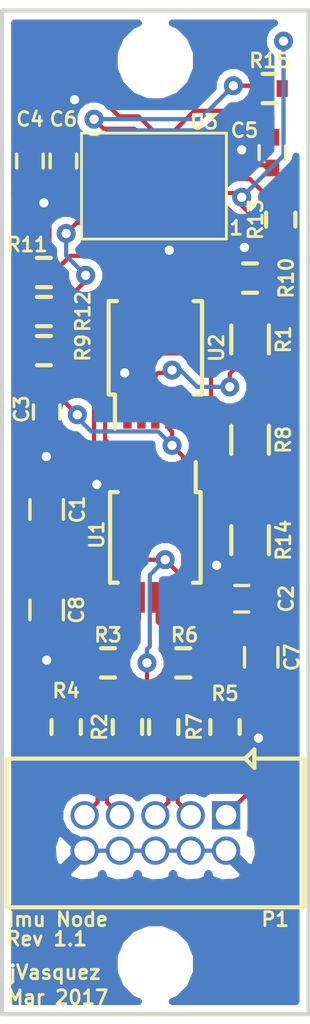
<source format=kicad_pcb>
(kicad_pcb (version 4) (host pcbnew 4.0.4+e1-6308~48~ubuntu15.10.1-stable)

  (general
    (links 75)
    (no_connects 0)
    (area 121.109504 55.9726 162.890496 96.1274)
    (thickness 1.6)
    (drawings 8)
    (tracks 336)
    (zones 0)
    (modules 31)
    (nets 16)
  )

  (page A4)
  (layers
    (0 F.Cu signal)
    (31 B.Cu signal)
    (32 B.Adhes user)
    (33 F.Adhes user)
    (34 B.Paste user)
    (35 F.Paste user)
    (36 B.SilkS user)
    (37 F.SilkS user)
    (38 B.Mask user)
    (39 F.Mask user)
    (40 Dwgs.User user)
    (41 Cmts.User user)
    (42 Eco1.User user)
    (43 Eco2.User user)
    (44 Edge.Cuts user)
    (45 Margin user)
    (46 B.CrtYd user)
    (47 F.CrtYd user)
    (48 B.Fab user hide)
    (49 F.Fab user hide)
  )

  (setup
    (last_trace_width 0.1524)
    (trace_clearance 0.1524)
    (zone_clearance 0.25)
    (zone_45_only no)
    (trace_min 0.1524)
    (segment_width 0.2)
    (edge_width 0.15)
    (via_size 0.6858)
    (via_drill 0.3302)
    (via_min_size 0.6858)
    (via_min_drill 0.3302)
    (uvia_size 2.54)
    (uvia_drill 0)
    (uvias_allowed no)
    (uvia_min_size 0)
    (uvia_min_drill 0)
    (pcb_text_width 0.3)
    (pcb_text_size 1.5 1.5)
    (mod_edge_width 0.15)
    (mod_text_size 1 1)
    (mod_text_width 0.15)
    (pad_size 1.524 1.524)
    (pad_drill 0.762)
    (pad_to_mask_clearance 0.1)
    (aux_axis_origin 136.5 58)
    (grid_origin 136.5 58)
    (visible_elements FFFFFF7F)
    (pcbplotparams
      (layerselection 0x010fc_80000001)
      (usegerberextensions true)
      (excludeedgelayer true)
      (linewidth 0.100000)
      (plotframeref false)
      (viasonmask false)
      (mode 1)
      (useauxorigin false)
      (hpglpennumber 1)
      (hpglpenspeed 20)
      (hpglpendiameter 15)
      (hpglpenoverlay 2)
      (psnegative false)
      (psa4output false)
      (plotreference true)
      (plotvalue true)
      (plotinvisibletext false)
      (padsonsilk false)
      (subtractmaskfromsilk false)
      (outputformat 1)
      (mirror false)
      (drillshape 0)
      (scaleselection 1)
      (outputdirectory assembly/imu_noodle_rev_1.1_1-mar-2017/gerbers/))
  )

  (net 0 "")
  (net 1 +3V3)
  (net 2 GNDD)
  (net 3 "Net-(C5-Pad2)")
  (net 4 /DSCL0_N)
  (net 5 /DSCL0_P)
  (net 6 /DSDA0_P)
  (net 7 /DSDA0_N)
  (net 8 SDA_CLASH)
  (net 9 SCL_CLASH)
  (net 10 "Net-(R1-Pad2)")
  (net 11 "Net-(R14-Pad1)")
  (net 12 /t_scl)
  (net 13 /t_sda)
  (net 14 "Net-(R13-Pad2)")
  (net 15 "Net-(R15-Pad2)")

  (net_class Default "This is the default net class."
    (clearance 0.1524)
    (trace_width 0.1524)
    (via_dia 0.6858)
    (via_drill 0.3302)
    (uvia_dia 2.54)
    (uvia_drill 0)
    (add_net +3V3)
    (add_net /DSCL0_N)
    (add_net /DSCL0_P)
    (add_net /DSDA0_N)
    (add_net /DSDA0_P)
    (add_net /t_scl)
    (add_net /t_sda)
    (add_net GNDD)
    (add_net "Net-(C5-Pad2)")
    (add_net "Net-(R1-Pad2)")
    (add_net "Net-(R13-Pad2)")
    (add_net "Net-(R14-Pad1)")
    (add_net "Net-(R15-Pad2)")
    (add_net SCL_CLASH)
    (add_net SDA_CLASH)
  )

  (module Capacitors_SMD:C_0603 (layer F.Cu) (tedit 58859A4F) (tstamp 58858A46)
    (at 138.1 75.9 90)
    (descr "Capacitor SMD 0603, reflow soldering, AVX (see smccp.pdf)")
    (tags "capacitor 0603")
    (path /58846D10)
    (attr smd)
    (fp_text reference C1 (at 0 1.1 90) (layer F.SilkS)
      (effects (font (size 0.5 0.5) (thickness 0.1)))
    )
    (fp_text value 1uF (at 0 1.9 90) (layer F.Fab)
      (effects (font (size 1 1) (thickness 0.15)))
    )
    (fp_line (start -0.8 0.4) (end -0.8 -0.4) (layer F.Fab) (width 0.1))
    (fp_line (start 0.8 0.4) (end -0.8 0.4) (layer F.Fab) (width 0.1))
    (fp_line (start 0.8 -0.4) (end 0.8 0.4) (layer F.Fab) (width 0.1))
    (fp_line (start -0.8 -0.4) (end 0.8 -0.4) (layer F.Fab) (width 0.1))
    (fp_line (start -1.45 -0.75) (end 1.45 -0.75) (layer F.CrtYd) (width 0.05))
    (fp_line (start -1.45 0.75) (end 1.45 0.75) (layer F.CrtYd) (width 0.05))
    (fp_line (start -1.45 -0.75) (end -1.45 0.75) (layer F.CrtYd) (width 0.05))
    (fp_line (start 1.45 -0.75) (end 1.45 0.75) (layer F.CrtYd) (width 0.05))
    (fp_line (start -0.35 -0.6) (end 0.35 -0.6) (layer F.SilkS) (width 0.12))
    (fp_line (start 0.35 0.6) (end -0.35 0.6) (layer F.SilkS) (width 0.12))
    (pad 1 smd rect (at -0.75 0 90) (size 0.8 0.75) (layers F.Cu F.Paste F.Mask)
      (net 1 +3V3))
    (pad 2 smd rect (at 0.75 0 90) (size 0.8 0.75) (layers F.Cu F.Paste F.Mask)
      (net 2 GNDD))
    (model Capacitors_SMD.3dshapes/C_0603.wrl
      (at (xyz 0 0 0))
      (scale (xyz 1 1 1))
      (rotate (xyz 0 0 0))
    )
  )

  (module synthego_component_library:45210-600230 (layer F.Cu) (tedit 58859AA2) (tstamp 58858A7F)
    (at 142 87.5 180)
    (descr http://www.mouser.com/ds/2/1/CD2437-269173.pdf)
    (tags "3M, shrouded header, 1.27mm pitch")
    (path /58846D8A)
    (fp_text reference P1 (at -4.3 -3.1 180) (layer F.SilkS)
      (effects (font (size 0.5 0.5) (thickness 0.1)))
    )
    (fp_text value CONN_02X05 (at 0 -3.81 180) (layer F.Fab)
      (effects (font (size 1 1) (thickness 0.15)))
    )
    (fp_line (start -5.334 -2.667) (end -5.334 2.667) (layer F.CrtYd) (width 0.15))
    (fp_line (start -5.334 2.667) (end 5.334 2.667) (layer F.CrtYd) (width 0.15))
    (fp_line (start 5.334 2.667) (end 5.334 -2.667) (layer F.CrtYd) (width 0.15))
    (fp_line (start 5.334 -2.667) (end -5.334 -2.667) (layer F.CrtYd) (width 0.15))
    (fp_line (start -3.556 2.667) (end -3.556 2.3368) (layer F.SilkS) (width 0.15))
    (fp_line (start -3.556 2.3368) (end -3.2258 2.667) (layer F.SilkS) (width 0.15))
    (fp_line (start -3.2258 2.667) (end -3.556 2.9972) (layer F.SilkS) (width 0.15))
    (fp_line (start -3.556 2.9972) (end -3.556 2.667) (layer F.SilkS) (width 0.15))
    (fp_line (start 5.334 2.667) (end -3.2 2.667) (layer F.SilkS) (width 0.15))
    (fp_line (start 5.334 2.667) (end 5.334 -2.667) (layer F.SilkS) (width 0.15))
    (fp_line (start 5.334 -2.667) (end -5.334 -2.667) (layer F.SilkS) (width 0.15))
    (fp_line (start -5.334 -2.667) (end -5.334 2.667) (layer F.SilkS) (width 0.15))
    (fp_line (start -5.334 2.667) (end -3.556 2.667) (layer F.SilkS) (width 0.15))
    (pad 1 thru_hole rect (at -2.54 0.635 180) (size 1.016 1.016) (drill 0.7366) (layers *.Cu *.Mask)
      (net 1 +3V3))
    (pad 3 thru_hole circle (at -1.27 0.635 180) (size 1.016 1.016) (drill 0.7366) (layers *.Cu *.Mask)
      (net 7 /DSDA0_N))
    (pad 5 thru_hole circle (at 0 0.635 180) (size 1.016 1.016) (drill 0.7366) (layers *.Cu *.Mask)
      (net 6 /DSDA0_P))
    (pad 7 thru_hole circle (at 1.27 0.635 180) (size 1.016 1.016) (drill 0.7366) (layers *.Cu *.Mask)
      (net 5 /DSCL0_P))
    (pad 9 thru_hole circle (at 2.54 0.635 180) (size 1.016 1.016) (drill 0.7366) (layers *.Cu *.Mask)
      (net 4 /DSCL0_N))
    (pad 2 thru_hole circle (at -2.54 -0.635 180) (size 1.016 1.016) (drill 0.7366) (layers *.Cu *.Mask)
      (net 2 GNDD))
    (pad 4 thru_hole circle (at -1.27 -0.635 180) (size 1.016 1.016) (drill 0.7366) (layers *.Cu *.Mask)
      (net 2 GNDD))
    (pad 6 thru_hole circle (at 0 -0.635 180) (size 1.016 1.016) (drill 0.7366) (layers *.Cu *.Mask)
      (net 2 GNDD))
    (pad 8 thru_hole circle (at 1.27 -0.635 180) (size 1.016 1.016) (drill 0.7366) (layers *.Cu *.Mask)
      (net 2 GNDD))
    (pad 10 thru_hole circle (at 2.54 -0.635 180) (size 1.016 1.016) (drill 0.7366) (layers *.Cu *.Mask)
      (net 2 GNDD))
  )

  (module Resistors_SMD:R_0402 (layer F.Cu) (tedit 58859902) (tstamp 58858A8B)
    (at 141 83.7 90)
    (descr "Resistor SMD 0402, reflow soldering, Vishay (see dcrcw.pdf)")
    (tags "resistor 0402")
    (path /58846CE9)
    (attr smd)
    (fp_text reference R2 (at 0 -1 90) (layer F.SilkS)
      (effects (font (size 0.5 0.5) (thickness 0.1)))
    )
    (fp_text value 470 (at 0 1.8 90) (layer F.Fab)
      (effects (font (size 1 1) (thickness 0.15)))
    )
    (fp_line (start -0.5 0.25) (end -0.5 -0.25) (layer F.Fab) (width 0.1))
    (fp_line (start 0.5 0.25) (end -0.5 0.25) (layer F.Fab) (width 0.1))
    (fp_line (start 0.5 -0.25) (end 0.5 0.25) (layer F.Fab) (width 0.1))
    (fp_line (start -0.5 -0.25) (end 0.5 -0.25) (layer F.Fab) (width 0.1))
    (fp_line (start -0.95 -0.65) (end 0.95 -0.65) (layer F.CrtYd) (width 0.05))
    (fp_line (start -0.95 0.65) (end 0.95 0.65) (layer F.CrtYd) (width 0.05))
    (fp_line (start -0.95 -0.65) (end -0.95 0.65) (layer F.CrtYd) (width 0.05))
    (fp_line (start 0.95 -0.65) (end 0.95 0.65) (layer F.CrtYd) (width 0.05))
    (fp_line (start 0.25 -0.525) (end -0.25 -0.525) (layer F.SilkS) (width 0.15))
    (fp_line (start -0.25 0.525) (end 0.25 0.525) (layer F.SilkS) (width 0.15))
    (pad 1 smd rect (at -0.45 0 90) (size 0.4 0.6) (layers F.Cu F.Paste F.Mask)
      (net 1 +3V3))
    (pad 2 smd rect (at 0.45 0 90) (size 0.4 0.6) (layers F.Cu F.Paste F.Mask)
      (net 5 /DSCL0_P))
    (model Resistors_SMD.3dshapes/R_0402.wrl
      (at (xyz 0 0 0))
      (scale (xyz 1 1 1))
      (rotate (xyz 0 0 0))
    )
  )

  (module Resistors_SMD:R_0402 (layer F.Cu) (tedit 588598D2) (tstamp 58858A91)
    (at 140.3 81.4 180)
    (descr "Resistor SMD 0402, reflow soldering, Vishay (see dcrcw.pdf)")
    (tags "resistor 0402")
    (path /58846CDB)
    (attr smd)
    (fp_text reference R3 (at 0 1 180) (layer F.SilkS)
      (effects (font (size 0.5 0.5) (thickness 0.1)))
    )
    (fp_text value 140 (at 0 1.8 180) (layer F.Fab)
      (effects (font (size 1 1) (thickness 0.15)))
    )
    (fp_line (start -0.5 0.25) (end -0.5 -0.25) (layer F.Fab) (width 0.1))
    (fp_line (start 0.5 0.25) (end -0.5 0.25) (layer F.Fab) (width 0.1))
    (fp_line (start 0.5 -0.25) (end 0.5 0.25) (layer F.Fab) (width 0.1))
    (fp_line (start -0.5 -0.25) (end 0.5 -0.25) (layer F.Fab) (width 0.1))
    (fp_line (start -0.95 -0.65) (end 0.95 -0.65) (layer F.CrtYd) (width 0.05))
    (fp_line (start -0.95 0.65) (end 0.95 0.65) (layer F.CrtYd) (width 0.05))
    (fp_line (start -0.95 -0.65) (end -0.95 0.65) (layer F.CrtYd) (width 0.05))
    (fp_line (start 0.95 -0.65) (end 0.95 0.65) (layer F.CrtYd) (width 0.05))
    (fp_line (start 0.25 -0.525) (end -0.25 -0.525) (layer F.SilkS) (width 0.15))
    (fp_line (start -0.25 0.525) (end 0.25 0.525) (layer F.SilkS) (width 0.15))
    (pad 1 smd rect (at -0.45 0 180) (size 0.4 0.6) (layers F.Cu F.Paste F.Mask)
      (net 5 /DSCL0_P))
    (pad 2 smd rect (at 0.45 0 180) (size 0.4 0.6) (layers F.Cu F.Paste F.Mask)
      (net 4 /DSCL0_N))
    (model Resistors_SMD.3dshapes/R_0402.wrl
      (at (xyz 0 0 0))
      (scale (xyz 1 1 1))
      (rotate (xyz 0 0 0))
    )
  )

  (module Resistors_SMD:R_0402 (layer F.Cu) (tedit 5885992A) (tstamp 58858A97)
    (at 138.8 83.7 270)
    (descr "Resistor SMD 0402, reflow soldering, Vishay (see dcrcw.pdf)")
    (tags "resistor 0402")
    (path /58846CE2)
    (attr smd)
    (fp_text reference R4 (at -1.3 0 360) (layer F.SilkS)
      (effects (font (size 0.5 0.5) (thickness 0.1)))
    )
    (fp_text value 470 (at 0 1.8 270) (layer F.Fab)
      (effects (font (size 1 1) (thickness 0.15)))
    )
    (fp_line (start -0.5 0.25) (end -0.5 -0.25) (layer F.Fab) (width 0.1))
    (fp_line (start 0.5 0.25) (end -0.5 0.25) (layer F.Fab) (width 0.1))
    (fp_line (start 0.5 -0.25) (end 0.5 0.25) (layer F.Fab) (width 0.1))
    (fp_line (start -0.5 -0.25) (end 0.5 -0.25) (layer F.Fab) (width 0.1))
    (fp_line (start -0.95 -0.65) (end 0.95 -0.65) (layer F.CrtYd) (width 0.05))
    (fp_line (start -0.95 0.65) (end 0.95 0.65) (layer F.CrtYd) (width 0.05))
    (fp_line (start -0.95 -0.65) (end -0.95 0.65) (layer F.CrtYd) (width 0.05))
    (fp_line (start 0.95 -0.65) (end 0.95 0.65) (layer F.CrtYd) (width 0.05))
    (fp_line (start 0.25 -0.525) (end -0.25 -0.525) (layer F.SilkS) (width 0.15))
    (fp_line (start -0.25 0.525) (end 0.25 0.525) (layer F.SilkS) (width 0.15))
    (pad 1 smd rect (at -0.45 0 270) (size 0.4 0.6) (layers F.Cu F.Paste F.Mask)
      (net 4 /DSCL0_N))
    (pad 2 smd rect (at 0.45 0 270) (size 0.4 0.6) (layers F.Cu F.Paste F.Mask)
      (net 2 GNDD))
    (model Resistors_SMD.3dshapes/R_0402.wrl
      (at (xyz 0 0 0))
      (scale (xyz 1 1 1))
      (rotate (xyz 0 0 0))
    )
  )

  (module Resistors_SMD:R_0402 (layer F.Cu) (tedit 588598DB) (tstamp 58858A9D)
    (at 144.5 83.7 90)
    (descr "Resistor SMD 0402, reflow soldering, Vishay (see dcrcw.pdf)")
    (tags "resistor 0402")
    (path /58846CFE)
    (attr smd)
    (fp_text reference R5 (at 1.2 0 180) (layer F.SilkS)
      (effects (font (size 0.5 0.5) (thickness 0.1)))
    )
    (fp_text value 470 (at 0 1.8 90) (layer F.Fab)
      (effects (font (size 1 1) (thickness 0.15)))
    )
    (fp_line (start -0.5 0.25) (end -0.5 -0.25) (layer F.Fab) (width 0.1))
    (fp_line (start 0.5 0.25) (end -0.5 0.25) (layer F.Fab) (width 0.1))
    (fp_line (start 0.5 -0.25) (end 0.5 0.25) (layer F.Fab) (width 0.1))
    (fp_line (start -0.5 -0.25) (end 0.5 -0.25) (layer F.Fab) (width 0.1))
    (fp_line (start -0.95 -0.65) (end 0.95 -0.65) (layer F.CrtYd) (width 0.05))
    (fp_line (start -0.95 0.65) (end 0.95 0.65) (layer F.CrtYd) (width 0.05))
    (fp_line (start -0.95 -0.65) (end -0.95 0.65) (layer F.CrtYd) (width 0.05))
    (fp_line (start 0.95 -0.65) (end 0.95 0.65) (layer F.CrtYd) (width 0.05))
    (fp_line (start 0.25 -0.525) (end -0.25 -0.525) (layer F.SilkS) (width 0.15))
    (fp_line (start -0.25 0.525) (end 0.25 0.525) (layer F.SilkS) (width 0.15))
    (pad 1 smd rect (at -0.45 0 90) (size 0.4 0.6) (layers F.Cu F.Paste F.Mask)
      (net 2 GNDD))
    (pad 2 smd rect (at 0.45 0 90) (size 0.4 0.6) (layers F.Cu F.Paste F.Mask)
      (net 7 /DSDA0_N))
    (model Resistors_SMD.3dshapes/R_0402.wrl
      (at (xyz 0 0 0))
      (scale (xyz 1 1 1))
      (rotate (xyz 0 0 0))
    )
  )

  (module Resistors_SMD:R_0402 (layer F.Cu) (tedit 588598C2) (tstamp 58858AA3)
    (at 143 81.4 180)
    (descr "Resistor SMD 0402, reflow soldering, Vishay (see dcrcw.pdf)")
    (tags "resistor 0402")
    (path /58846CF0)
    (attr smd)
    (fp_text reference R6 (at -0.05 1 180) (layer F.SilkS)
      (effects (font (size 0.5 0.5) (thickness 0.1)))
    )
    (fp_text value 140 (at 0 1.8 180) (layer F.Fab)
      (effects (font (size 1 1) (thickness 0.15)))
    )
    (fp_line (start -0.5 0.25) (end -0.5 -0.25) (layer F.Fab) (width 0.1))
    (fp_line (start 0.5 0.25) (end -0.5 0.25) (layer F.Fab) (width 0.1))
    (fp_line (start 0.5 -0.25) (end 0.5 0.25) (layer F.Fab) (width 0.1))
    (fp_line (start -0.5 -0.25) (end 0.5 -0.25) (layer F.Fab) (width 0.1))
    (fp_line (start -0.95 -0.65) (end 0.95 -0.65) (layer F.CrtYd) (width 0.05))
    (fp_line (start -0.95 0.65) (end 0.95 0.65) (layer F.CrtYd) (width 0.05))
    (fp_line (start -0.95 -0.65) (end -0.95 0.65) (layer F.CrtYd) (width 0.05))
    (fp_line (start 0.95 -0.65) (end 0.95 0.65) (layer F.CrtYd) (width 0.05))
    (fp_line (start 0.25 -0.525) (end -0.25 -0.525) (layer F.SilkS) (width 0.15))
    (fp_line (start -0.25 0.525) (end 0.25 0.525) (layer F.SilkS) (width 0.15))
    (pad 1 smd rect (at -0.45 0 180) (size 0.4 0.6) (layers F.Cu F.Paste F.Mask)
      (net 7 /DSDA0_N))
    (pad 2 smd rect (at 0.45 0 180) (size 0.4 0.6) (layers F.Cu F.Paste F.Mask)
      (net 6 /DSDA0_P))
    (model Resistors_SMD.3dshapes/R_0402.wrl
      (at (xyz 0 0 0))
      (scale (xyz 1 1 1))
      (rotate (xyz 0 0 0))
    )
  )

  (module Resistors_SMD:R_0402 (layer F.Cu) (tedit 588598C9) (tstamp 58858AA9)
    (at 142.3 83.7 270)
    (descr "Resistor SMD 0402, reflow soldering, Vishay (see dcrcw.pdf)")
    (tags "resistor 0402")
    (path /58846CF7)
    (attr smd)
    (fp_text reference R7 (at 0 -1.1 270) (layer F.SilkS)
      (effects (font (size 0.5 0.5) (thickness 0.1)))
    )
    (fp_text value 470 (at 0 1.8 270) (layer F.Fab)
      (effects (font (size 1 1) (thickness 0.15)))
    )
    (fp_line (start -0.5 0.25) (end -0.5 -0.25) (layer F.Fab) (width 0.1))
    (fp_line (start 0.5 0.25) (end -0.5 0.25) (layer F.Fab) (width 0.1))
    (fp_line (start 0.5 -0.25) (end 0.5 0.25) (layer F.Fab) (width 0.1))
    (fp_line (start -0.5 -0.25) (end 0.5 -0.25) (layer F.Fab) (width 0.1))
    (fp_line (start -0.95 -0.65) (end 0.95 -0.65) (layer F.CrtYd) (width 0.05))
    (fp_line (start -0.95 0.65) (end 0.95 0.65) (layer F.CrtYd) (width 0.05))
    (fp_line (start -0.95 -0.65) (end -0.95 0.65) (layer F.CrtYd) (width 0.05))
    (fp_line (start 0.95 -0.65) (end 0.95 0.65) (layer F.CrtYd) (width 0.05))
    (fp_line (start 0.25 -0.525) (end -0.25 -0.525) (layer F.SilkS) (width 0.15))
    (fp_line (start -0.25 0.525) (end 0.25 0.525) (layer F.SilkS) (width 0.15))
    (pad 1 smd rect (at -0.45 0 270) (size 0.4 0.6) (layers F.Cu F.Paste F.Mask)
      (net 6 /DSDA0_P))
    (pad 2 smd rect (at 0.45 0 270) (size 0.4 0.6) (layers F.Cu F.Paste F.Mask)
      (net 1 +3V3))
    (model Resistors_SMD.3dshapes/R_0402.wrl
      (at (xyz 0 0 0))
      (scale (xyz 1 1 1))
      (rotate (xyz 0 0 0))
    )
  )

  (module Resistors_SMD:R_0402 (layer F.Cu) (tedit 58859A0E) (tstamp 58858AB5)
    (at 138 70.2)
    (descr "Resistor SMD 0402, reflow soldering, Vishay (see dcrcw.pdf)")
    (tags "resistor 0402")
    (path /58848B89)
    (attr smd)
    (fp_text reference R9 (at 1.4 -0.1 90) (layer F.SilkS)
      (effects (font (size 0.5 0.5) (thickness 0.1)))
    )
    (fp_text value 4K7 (at 0 1.8) (layer F.Fab)
      (effects (font (size 1 1) (thickness 0.15)))
    )
    (fp_line (start -0.5 0.25) (end -0.5 -0.25) (layer F.Fab) (width 0.1))
    (fp_line (start 0.5 0.25) (end -0.5 0.25) (layer F.Fab) (width 0.1))
    (fp_line (start 0.5 -0.25) (end 0.5 0.25) (layer F.Fab) (width 0.1))
    (fp_line (start -0.5 -0.25) (end 0.5 -0.25) (layer F.Fab) (width 0.1))
    (fp_line (start -0.95 -0.65) (end 0.95 -0.65) (layer F.CrtYd) (width 0.05))
    (fp_line (start -0.95 0.65) (end 0.95 0.65) (layer F.CrtYd) (width 0.05))
    (fp_line (start -0.95 -0.65) (end -0.95 0.65) (layer F.CrtYd) (width 0.05))
    (fp_line (start 0.95 -0.65) (end 0.95 0.65) (layer F.CrtYd) (width 0.05))
    (fp_line (start 0.25 -0.525) (end -0.25 -0.525) (layer F.SilkS) (width 0.15))
    (fp_line (start -0.25 0.525) (end 0.25 0.525) (layer F.SilkS) (width 0.15))
    (pad 1 smd rect (at -0.45 0) (size 0.4 0.6) (layers F.Cu F.Paste F.Mask)
      (net 1 +3V3))
    (pad 2 smd rect (at 0.45 0) (size 0.4 0.6) (layers F.Cu F.Paste F.Mask)
      (net 8 SDA_CLASH))
    (model Resistors_SMD.3dshapes/R_0402.wrl
      (at (xyz 0 0 0))
      (scale (xyz 1 1 1))
      (rotate (xyz 0 0 0))
    )
  )

  (module Resistors_SMD:R_0402 (layer F.Cu) (tedit 58859A04) (tstamp 58858ABB)
    (at 145.4 67.6 180)
    (descr "Resistor SMD 0402, reflow soldering, Vishay (see dcrcw.pdf)")
    (tags "resistor 0402")
    (path /58848CCF)
    (attr smd)
    (fp_text reference R10 (at -1.3 0 270) (layer F.SilkS)
      (effects (font (size 0.5 0.5) (thickness 0.1)))
    )
    (fp_text value 4K7 (at 0 1.8 180) (layer F.Fab)
      (effects (font (size 1 1) (thickness 0.15)))
    )
    (fp_line (start -0.5 0.25) (end -0.5 -0.25) (layer F.Fab) (width 0.1))
    (fp_line (start 0.5 0.25) (end -0.5 0.25) (layer F.Fab) (width 0.1))
    (fp_line (start 0.5 -0.25) (end 0.5 0.25) (layer F.Fab) (width 0.1))
    (fp_line (start -0.5 -0.25) (end 0.5 -0.25) (layer F.Fab) (width 0.1))
    (fp_line (start -0.95 -0.65) (end 0.95 -0.65) (layer F.CrtYd) (width 0.05))
    (fp_line (start -0.95 0.65) (end 0.95 0.65) (layer F.CrtYd) (width 0.05))
    (fp_line (start -0.95 -0.65) (end -0.95 0.65) (layer F.CrtYd) (width 0.05))
    (fp_line (start 0.95 -0.65) (end 0.95 0.65) (layer F.CrtYd) (width 0.05))
    (fp_line (start 0.25 -0.525) (end -0.25 -0.525) (layer F.SilkS) (width 0.15))
    (fp_line (start -0.25 0.525) (end 0.25 0.525) (layer F.SilkS) (width 0.15))
    (pad 1 smd rect (at -0.45 0 180) (size 0.4 0.6) (layers F.Cu F.Paste F.Mask)
      (net 1 +3V3))
    (pad 2 smd rect (at 0.45 0 180) (size 0.4 0.6) (layers F.Cu F.Paste F.Mask)
      (net 9 SCL_CLASH))
    (model Resistors_SMD.3dshapes/R_0402.wrl
      (at (xyz 0 0 0))
      (scale (xyz 1 1 1))
      (rotate (xyz 0 0 0))
    )
  )

  (module Resistors_SMD:R_0402 (layer F.Cu) (tedit 588599E3) (tstamp 58858AC1)
    (at 138 67.4)
    (descr "Resistor SMD 0402, reflow soldering, Vishay (see dcrcw.pdf)")
    (tags "resistor 0402")
    (path /5884953A)
    (attr smd)
    (fp_text reference R11 (at -0.6 -1) (layer F.SilkS)
      (effects (font (size 0.5 0.5) (thickness 0.1)))
    )
    (fp_text value 4K7 (at 0 1.8) (layer F.Fab)
      (effects (font (size 1 1) (thickness 0.15)))
    )
    (fp_line (start -0.5 0.25) (end -0.5 -0.25) (layer F.Fab) (width 0.1))
    (fp_line (start 0.5 0.25) (end -0.5 0.25) (layer F.Fab) (width 0.1))
    (fp_line (start 0.5 -0.25) (end 0.5 0.25) (layer F.Fab) (width 0.1))
    (fp_line (start -0.5 -0.25) (end 0.5 -0.25) (layer F.Fab) (width 0.1))
    (fp_line (start -0.95 -0.65) (end 0.95 -0.65) (layer F.CrtYd) (width 0.05))
    (fp_line (start -0.95 0.65) (end 0.95 0.65) (layer F.CrtYd) (width 0.05))
    (fp_line (start -0.95 -0.65) (end -0.95 0.65) (layer F.CrtYd) (width 0.05))
    (fp_line (start 0.95 -0.65) (end 0.95 0.65) (layer F.CrtYd) (width 0.05))
    (fp_line (start 0.25 -0.525) (end -0.25 -0.525) (layer F.SilkS) (width 0.15))
    (fp_line (start -0.25 0.525) (end 0.25 0.525) (layer F.SilkS) (width 0.15))
    (pad 1 smd rect (at -0.45 0) (size 0.4 0.6) (layers F.Cu F.Paste F.Mask)
      (net 1 +3V3))
    (pad 2 smd rect (at 0.45 0) (size 0.4 0.6) (layers F.Cu F.Paste F.Mask)
      (net 12 /t_scl))
    (model Resistors_SMD.3dshapes/R_0402.wrl
      (at (xyz 0 0 0))
      (scale (xyz 1 1 1))
      (rotate (xyz 0 0 0))
    )
  )

  (module Resistors_SMD:R_0402 (layer F.Cu) (tedit 588599F1) (tstamp 58858AC7)
    (at 138 68.8)
    (descr "Resistor SMD 0402, reflow soldering, Vishay (see dcrcw.pdf)")
    (tags "resistor 0402")
    (path /588495AA)
    (attr smd)
    (fp_text reference R12 (at 1.4 0 270) (layer F.SilkS)
      (effects (font (size 0.5 0.5) (thickness 0.1)))
    )
    (fp_text value 4K7 (at 0 1.8) (layer F.Fab)
      (effects (font (size 1 1) (thickness 0.15)))
    )
    (fp_line (start -0.5 0.25) (end -0.5 -0.25) (layer F.Fab) (width 0.1))
    (fp_line (start 0.5 0.25) (end -0.5 0.25) (layer F.Fab) (width 0.1))
    (fp_line (start 0.5 -0.25) (end 0.5 0.25) (layer F.Fab) (width 0.1))
    (fp_line (start -0.5 -0.25) (end 0.5 -0.25) (layer F.Fab) (width 0.1))
    (fp_line (start -0.95 -0.65) (end 0.95 -0.65) (layer F.CrtYd) (width 0.05))
    (fp_line (start -0.95 0.65) (end 0.95 0.65) (layer F.CrtYd) (width 0.05))
    (fp_line (start -0.95 -0.65) (end -0.95 0.65) (layer F.CrtYd) (width 0.05))
    (fp_line (start 0.95 -0.65) (end 0.95 0.65) (layer F.CrtYd) (width 0.05))
    (fp_line (start 0.25 -0.525) (end -0.25 -0.525) (layer F.SilkS) (width 0.15))
    (fp_line (start -0.25 0.525) (end 0.25 0.525) (layer F.SilkS) (width 0.15))
    (pad 1 smd rect (at -0.45 0) (size 0.4 0.6) (layers F.Cu F.Paste F.Mask)
      (net 1 +3V3))
    (pad 2 smd rect (at 0.45 0) (size 0.4 0.6) (layers F.Cu F.Paste F.Mask)
      (net 13 /t_sda))
    (model Resistors_SMD.3dshapes/R_0402.wrl
      (at (xyz 0 0 0))
      (scale (xyz 1 1 1))
      (rotate (xyz 0 0 0))
    )
  )

  (module Housings_SSOP:TSSOP-10_3x3mm_Pitch0.5mm (layer F.Cu) (tedit 58859AB8) (tstamp 58858AD5)
    (at 142 76.9 270)
    (descr "TSSOP10: plastic thin shrink small outline package; 10 leads; body width 3 mm; (see NXP SSOP-TSSOP-VSO-REFLOW.pdf and sot552-1_po.pdf)")
    (tags "SSOP 0.5")
    (path /588475C7)
    (attr smd)
    (fp_text reference U1 (at -0.1 2.1 270) (layer F.SilkS)
      (effects (font (size 0.5 0.5) (thickness 0.1)))
    )
    (fp_text value PCA9615 (at 0 2.55 270) (layer F.Fab)
      (effects (font (size 1 1) (thickness 0.15)))
    )
    (fp_line (start -0.5 -1.5) (end 1.5 -1.5) (layer F.Fab) (width 0.15))
    (fp_line (start 1.5 -1.5) (end 1.5 1.5) (layer F.Fab) (width 0.15))
    (fp_line (start 1.5 1.5) (end -1.5 1.5) (layer F.Fab) (width 0.15))
    (fp_line (start -1.5 1.5) (end -1.5 -0.5) (layer F.Fab) (width 0.15))
    (fp_line (start -1.5 -0.5) (end -0.5 -1.5) (layer F.Fab) (width 0.15))
    (fp_line (start -2.95 -1.8) (end -2.95 1.8) (layer F.CrtYd) (width 0.05))
    (fp_line (start 2.95 -1.8) (end 2.95 1.8) (layer F.CrtYd) (width 0.05))
    (fp_line (start -2.95 -1.8) (end 2.95 -1.8) (layer F.CrtYd) (width 0.05))
    (fp_line (start -2.95 1.8) (end 2.95 1.8) (layer F.CrtYd) (width 0.05))
    (fp_line (start -1.625 -1.625) (end -1.625 -1.45) (layer F.SilkS) (width 0.15))
    (fp_line (start 1.625 -1.625) (end 1.625 -1.35) (layer F.SilkS) (width 0.15))
    (fp_line (start 1.625 1.625) (end 1.625 1.35) (layer F.SilkS) (width 0.15))
    (fp_line (start -1.625 1.625) (end -1.625 1.35) (layer F.SilkS) (width 0.15))
    (fp_line (start -1.625 -1.625) (end 1.625 -1.625) (layer F.SilkS) (width 0.15))
    (fp_line (start -1.625 1.625) (end 1.625 1.625) (layer F.SilkS) (width 0.15))
    (fp_line (start -1.625 -1.45) (end -2.7 -1.45) (layer F.SilkS) (width 0.15))
    (pad 1 smd rect (at -2.15 -1 270) (size 1.1 0.25) (layers F.Cu F.Paste F.Mask)
      (net 1 +3V3))
    (pad 2 smd rect (at -2.15 -0.5 270) (size 1.1 0.25) (layers F.Cu F.Paste F.Mask)
      (net 8 SDA_CLASH))
    (pad 3 smd rect (at -2.15 0 270) (size 1.1 0.25) (layers F.Cu F.Paste F.Mask))
    (pad 4 smd rect (at -2.15 0.5 270) (size 1.1 0.25) (layers F.Cu F.Paste F.Mask)
      (net 9 SCL_CLASH))
    (pad 5 smd rect (at -2.15 1 270) (size 1.1 0.25) (layers F.Cu F.Paste F.Mask)
      (net 2 GNDD))
    (pad 6 smd rect (at 2.15 1 270) (size 1.1 0.25) (layers F.Cu F.Paste F.Mask)
      (net 4 /DSCL0_N))
    (pad 7 smd rect (at 2.15 0.5 270) (size 1.1 0.25) (layers F.Cu F.Paste F.Mask)
      (net 5 /DSCL0_P))
    (pad 8 smd rect (at 2.15 0 270) (size 1.1 0.25) (layers F.Cu F.Paste F.Mask)
      (net 6 /DSDA0_P))
    (pad 9 smd rect (at 2.15 -0.5 270) (size 1.1 0.25) (layers F.Cu F.Paste F.Mask)
      (net 7 /DSDA0_N))
    (pad 10 smd rect (at 2.15 -1 270) (size 1.1 0.25) (layers F.Cu F.Paste F.Mask)
      (net 1 +3V3))
    (model Housings_SSOP.3dshapes/TSSOP-10_3x3mm_Pitch0.5mm.wrl
      (at (xyz 0 0 0))
      (scale (xyz 1 1 1))
      (rotate (xyz 0 0 0))
    )
  )

  (module double_jump_electric_component_library:LGA-28 (layer F.Cu) (tedit 58856C08) (tstamp 58858B1B)
    (at 141.95 64.3 270)
    (path /58851C00)
    (fp_text reference U3 (at -2.3 -1.8 360) (layer F.SilkS)
      (effects (font (size 0.5 0.5) (thickness 0.1)))
    )
    (fp_text value BNO055 (at 0 -3.8 270) (layer F.Fab)
      (effects (font (size 1 1) (thickness 0.15)))
    )
    (fp_line (start -1.9 -2.6) (end 1.9 -2.6) (layer F.SilkS) (width 0.1))
    (fp_line (start -1.9 2.6) (end -1.9 -2.6) (layer F.SilkS) (width 0.1))
    (fp_line (start 1.9 2.6) (end -1.9 2.6) (layer F.SilkS) (width 0.1))
    (fp_line (start 1.9 -2.6) (end 1.9 2.6) (layer F.SilkS) (width 0.1))
    (fp_text user 1 (at 1.5 -2.95 360) (layer F.SilkS)
      (effects (font (size 0.5 0.5) (thickness 0.1)))
    )
    (fp_line (start -1.9 2.6) (end -1.9 -2.6) (layer F.CrtYd) (width 0.15))
    (fp_line (start 1.9 2.6) (end -1.9 2.6) (layer F.CrtYd) (width 0.15))
    (fp_line (start 1.9 -2.6) (end 1.9 2.6) (layer F.CrtYd) (width 0.15))
    (fp_line (start -1.9 -2.6) (end 1.9 -2.6) (layer F.CrtYd) (width 0.15))
    (pad 1 smd rect (at 1.3125 -2.25 270) (size 0.475 0.25) (layers F.Cu F.Paste F.Mask))
    (pad 28 smd rect (at 1.3125 -1.75 270) (size 0.475 0.25) (layers F.Cu F.Paste F.Mask)
      (net 1 +3V3))
    (pad 27 smd rect (at 1.3125 -1.25 270) (size 0.475 0.25) (layers F.Cu F.Paste F.Mask))
    (pad 26 smd rect (at 1.3125 -0.75 270) (size 0.475 0.25) (layers F.Cu F.Paste F.Mask))
    (pad 25 smd rect (at 1.3125 -0.25 270) (size 0.475 0.25) (layers F.Cu F.Paste F.Mask)
      (net 2 GNDD))
    (pad 24 smd rect (at 1.3125 0.25 270) (size 0.475 0.25) (layers F.Cu F.Paste F.Mask))
    (pad 23 smd rect (at 1.3125 0.75 270) (size 0.475 0.25) (layers F.Cu F.Paste F.Mask))
    (pad 22 smd rect (at 1.3125 1.25 270) (size 0.475 0.25) (layers F.Cu F.Paste F.Mask))
    (pad 21 smd rect (at 1.3125 1.75 270) (size 0.475 0.25) (layers F.Cu F.Paste F.Mask))
    (pad 20 smd rect (at 1.3125 2.25 270) (size 0.475 0.25) (layers F.Cu F.Paste F.Mask)
      (net 13 /t_sda))
    (pad 9 smd rect (at -1.3125 -0.75 270) (size 0.475 0.25) (layers F.Cu F.Paste F.Mask)
      (net 3 "Net-(C5-Pad2)"))
    (pad 6 smd rect (at -1.3125 -2.25 270) (size 0.475 0.25) (layers F.Cu F.Paste F.Mask)
      (net 2 GNDD))
    (pad 7 smd rect (at -1.3125 -1.75 270) (size 0.475 0.25) (layers F.Cu F.Paste F.Mask))
    (pad 8 smd rect (at -1.3125 -1.25 270) (size 0.475 0.25) (layers F.Cu F.Paste F.Mask))
    (pad 10 smd rect (at -1.3125 -0.25 270) (size 0.475 0.25) (layers F.Cu F.Paste F.Mask)
      (net 2 GNDD))
    (pad 14 smd rect (at -1.3125 1.75 270) (size 0.475 0.25) (layers F.Cu F.Paste F.Mask))
    (pad 11 smd rect (at -1.3125 0.25 270) (size 0.475 0.25) (layers F.Cu F.Paste F.Mask)
      (net 15 "Net-(R15-Pad2)"))
    (pad 12 smd rect (at -1.3125 0.75 270) (size 0.475 0.25) (layers F.Cu F.Paste F.Mask))
    (pad 13 smd rect (at -1.3125 1.25 270) (size 0.475 0.25) (layers F.Cu F.Paste F.Mask))
    (pad 15 smd rect (at -1.3125 2.25 270) (size 0.475 0.25) (layers F.Cu F.Paste F.Mask)
      (net 2 GNDD))
    (pad 2 smd rect (at 0.75 -2.25 270) (size 0.25 0.475) (layers F.Cu F.Paste F.Mask)
      (net 2 GNDD))
    (pad 3 smd rect (at 0.25 -2.25 270) (size 0.25 0.475) (layers F.Cu F.Paste F.Mask)
      (net 1 +3V3))
    (pad 4 smd rect (at -0.25 -2.25 270) (size 0.25 0.475) (layers F.Cu F.Paste F.Mask)
      (net 14 "Net-(R13-Pad2)"))
    (pad 5 smd rect (at -0.75 -2.25 270) (size 0.25 0.475) (layers F.Cu F.Paste F.Mask)
      (net 2 GNDD))
    (pad 19 smd rect (at 0.75 2.25 270) (size 0.25 0.475) (layers F.Cu F.Paste F.Mask)
      (net 12 /t_scl))
    (pad 18 smd rect (at 0.25 2.25 270) (size 0.25 0.475) (layers F.Cu F.Paste F.Mask)
      (net 2 GNDD))
    (pad 17 smd rect (at -0.25 2.25 270) (size 0.25 0.475) (layers F.Cu F.Paste F.Mask)
      (net 2 GNDD))
    (pad 16 smd rect (at -0.75 2.25 270) (size 0.25 0.475) (layers F.Cu F.Paste F.Mask)
      (net 2 GNDD))
  )

  (module Fiducials:Fiducial_1mm_Dia_2.54mm_Outer_CopperTop (layer F.Cu) (tedit 58859E4C) (tstamp 58859E38)
    (at 138 59.5)
    (descr "Circular Fiducial, 1mm bare copper top; 2.54mm keepout")
    (tags marker)
    (attr virtual)
    (fp_text reference REF** (at -3.6 -1.2) (layer F.SilkS) hide
      (effects (font (size 1 1) (thickness 0.15)))
    )
    (fp_text value Fiducial_1mm_Dia_2.54mm_Outer_CopperTop (at 0 -1.8) (layer F.Fab)
      (effects (font (size 1 1) (thickness 0.15)))
    )
    (fp_circle (center 0 0) (end 1.55 0) (layer F.CrtYd) (width 0.05))
    (pad ~ smd circle (at 0 0) (size 1 1) (layers F.Cu F.Mask)
      (solder_mask_margin 0.77) (clearance 0.77))
  )

  (module Fiducials:Fiducial_1mm_Dia_2.54mm_Outer_CopperTop (layer F.Cu) (tedit 58859E80) (tstamp 58859E5A)
    (at 146 92.5)
    (descr "Circular Fiducial, 1mm bare copper top; 2.54mm keepout")
    (tags marker)
    (attr virtual)
    (fp_text reference REF** (at 3.4 0.7) (layer F.SilkS) hide
      (effects (font (size 1 1) (thickness 0.15)))
    )
    (fp_text value Fiducial_1mm_Dia_2.54mm_Outer_CopperTop (at 0 -1.8) (layer F.Fab)
      (effects (font (size 1 1) (thickness 0.15)))
    )
    (fp_circle (center 0 0) (end 1.55 0) (layer F.CrtYd) (width 0.05))
    (pad ~ smd circle (at 0 0) (size 1 1) (layers F.Cu F.Mask)
      (solder_mask_margin 0.77) (clearance 0.77))
  )

  (module Resistors_SMD:R_0402 (layer F.Cu) (tedit 58916BC0) (tstamp 589160E7)
    (at 146.5 65.5 90)
    (descr "Resistor SMD 0402, reflow soldering, Vishay (see dcrcw.pdf)")
    (tags "resistor 0402")
    (path /58916775)
    (attr smd)
    (fp_text reference R13 (at 0 -0.9 90) (layer F.SilkS)
      (effects (font (size 0.5 0.5) (thickness 0.1)))
    )
    (fp_text value 10K (at 0 1.8 90) (layer F.Fab)
      (effects (font (size 1 1) (thickness 0.15)))
    )
    (fp_line (start -0.5 0.25) (end -0.5 -0.25) (layer F.Fab) (width 0.1))
    (fp_line (start 0.5 0.25) (end -0.5 0.25) (layer F.Fab) (width 0.1))
    (fp_line (start 0.5 -0.25) (end 0.5 0.25) (layer F.Fab) (width 0.1))
    (fp_line (start -0.5 -0.25) (end 0.5 -0.25) (layer F.Fab) (width 0.1))
    (fp_line (start -0.95 -0.65) (end 0.95 -0.65) (layer F.CrtYd) (width 0.05))
    (fp_line (start -0.95 0.65) (end 0.95 0.65) (layer F.CrtYd) (width 0.05))
    (fp_line (start -0.95 -0.65) (end -0.95 0.65) (layer F.CrtYd) (width 0.05))
    (fp_line (start 0.95 -0.65) (end 0.95 0.65) (layer F.CrtYd) (width 0.05))
    (fp_line (start 0.25 -0.525) (end -0.25 -0.525) (layer F.SilkS) (width 0.15))
    (fp_line (start -0.25 0.525) (end 0.25 0.525) (layer F.SilkS) (width 0.15))
    (pad 1 smd rect (at -0.45 0 90) (size 0.4 0.6) (layers F.Cu F.Paste F.Mask)
      (net 1 +3V3))
    (pad 2 smd rect (at 0.45 0 90) (size 0.4 0.6) (layers F.Cu F.Paste F.Mask)
      (net 14 "Net-(R13-Pad2)"))
    (model Resistors_SMD.3dshapes/R_0402.wrl
      (at (xyz 0 0 0))
      (scale (xyz 1 1 1))
      (rotate (xyz 0 0 0))
    )
  )

  (module Capacitors_SMD:C_0402 (layer F.Cu) (tedit 5892AEC9) (tstamp 5892AE35)
    (at 145.1 79.1 180)
    (descr "Capacitor SMD 0402, reflow soldering, AVX (see smccp.pdf)")
    (tags "capacitor 0402")
    (path /5892BB0C)
    (attr smd)
    (fp_text reference C2 (at -1.6 0 270) (layer F.SilkS)
      (effects (font (size 0.5 0.5) (thickness 0.1)))
    )
    (fp_text value 0.1uF (at 0 1.7 180) (layer F.Fab)
      (effects (font (size 1 1) (thickness 0.15)))
    )
    (fp_line (start -0.5 0.25) (end -0.5 -0.25) (layer F.Fab) (width 0.1))
    (fp_line (start 0.5 0.25) (end -0.5 0.25) (layer F.Fab) (width 0.1))
    (fp_line (start 0.5 -0.25) (end 0.5 0.25) (layer F.Fab) (width 0.1))
    (fp_line (start -0.5 -0.25) (end 0.5 -0.25) (layer F.Fab) (width 0.1))
    (fp_line (start -1.15 -0.6) (end 1.15 -0.6) (layer F.CrtYd) (width 0.05))
    (fp_line (start -1.15 0.6) (end 1.15 0.6) (layer F.CrtYd) (width 0.05))
    (fp_line (start -1.15 -0.6) (end -1.15 0.6) (layer F.CrtYd) (width 0.05))
    (fp_line (start 1.15 -0.6) (end 1.15 0.6) (layer F.CrtYd) (width 0.05))
    (fp_line (start 0.25 -0.475) (end -0.25 -0.475) (layer F.SilkS) (width 0.12))
    (fp_line (start -0.25 0.475) (end 0.25 0.475) (layer F.SilkS) (width 0.12))
    (pad 1 smd rect (at -0.55 0 180) (size 0.6 0.5) (layers F.Cu F.Paste F.Mask)
      (net 2 GNDD))
    (pad 2 smd rect (at 0.55 0 180) (size 0.6 0.5) (layers F.Cu F.Paste F.Mask)
      (net 1 +3V3))
    (model Capacitors_SMD.3dshapes/C_0402.wrl
      (at (xyz 0 0 0))
      (scale (xyz 1 1 1))
      (rotate (xyz 0 0 0))
    )
  )

  (module Capacitors_SMD:C_0402 (layer F.Cu) (tedit 5892AE1C) (tstamp 5892AE44)
    (at 138.1 72.4 90)
    (descr "Capacitor SMD 0402, reflow soldering, AVX (see smccp.pdf)")
    (tags "capacitor 0402")
    (path /58854E97)
    (attr smd)
    (fp_text reference C3 (at 0.1 -0.9 90) (layer F.SilkS)
      (effects (font (size 0.5 0.5) (thickness 0.1)))
    )
    (fp_text value 6.8nF (at 0 1.7 90) (layer F.Fab)
      (effects (font (size 1 1) (thickness 0.15)))
    )
    (fp_line (start -0.5 0.25) (end -0.5 -0.25) (layer F.Fab) (width 0.1))
    (fp_line (start 0.5 0.25) (end -0.5 0.25) (layer F.Fab) (width 0.1))
    (fp_line (start 0.5 -0.25) (end 0.5 0.25) (layer F.Fab) (width 0.1))
    (fp_line (start -0.5 -0.25) (end 0.5 -0.25) (layer F.Fab) (width 0.1))
    (fp_line (start -1.15 -0.6) (end 1.15 -0.6) (layer F.CrtYd) (width 0.05))
    (fp_line (start -1.15 0.6) (end 1.15 0.6) (layer F.CrtYd) (width 0.05))
    (fp_line (start -1.15 -0.6) (end -1.15 0.6) (layer F.CrtYd) (width 0.05))
    (fp_line (start 1.15 -0.6) (end 1.15 0.6) (layer F.CrtYd) (width 0.05))
    (fp_line (start 0.25 -0.475) (end -0.25 -0.475) (layer F.SilkS) (width 0.12))
    (fp_line (start -0.25 0.475) (end 0.25 0.475) (layer F.SilkS) (width 0.12))
    (pad 1 smd rect (at -0.55 0 90) (size 0.6 0.5) (layers F.Cu F.Paste F.Mask)
      (net 2 GNDD))
    (pad 2 smd rect (at 0.55 0 90) (size 0.6 0.5) (layers F.Cu F.Paste F.Mask)
      (net 1 +3V3))
    (model Capacitors_SMD.3dshapes/C_0402.wrl
      (at (xyz 0 0 0))
      (scale (xyz 1 1 1))
      (rotate (xyz 0 0 0))
    )
  )

  (module Capacitors_SMD:C_0402 (layer F.Cu) (tedit 5892AE07) (tstamp 5892AE53)
    (at 137.5 63.4 90)
    (descr "Capacitor SMD 0402, reflow soldering, AVX (see smccp.pdf)")
    (tags "capacitor 0402")
    (path /58854F85)
    (attr smd)
    (fp_text reference C4 (at 1.5 0 180) (layer F.SilkS)
      (effects (font (size 0.5 0.5) (thickness 0.1)))
    )
    (fp_text value 120nF (at 0 1.7 90) (layer F.Fab)
      (effects (font (size 1 1) (thickness 0.15)))
    )
    (fp_line (start -0.5 0.25) (end -0.5 -0.25) (layer F.Fab) (width 0.1))
    (fp_line (start 0.5 0.25) (end -0.5 0.25) (layer F.Fab) (width 0.1))
    (fp_line (start 0.5 -0.25) (end 0.5 0.25) (layer F.Fab) (width 0.1))
    (fp_line (start -0.5 -0.25) (end 0.5 -0.25) (layer F.Fab) (width 0.1))
    (fp_line (start -1.15 -0.6) (end 1.15 -0.6) (layer F.CrtYd) (width 0.05))
    (fp_line (start -1.15 0.6) (end 1.15 0.6) (layer F.CrtYd) (width 0.05))
    (fp_line (start -1.15 -0.6) (end -1.15 0.6) (layer F.CrtYd) (width 0.05))
    (fp_line (start 1.15 -0.6) (end 1.15 0.6) (layer F.CrtYd) (width 0.05))
    (fp_line (start 0.25 -0.475) (end -0.25 -0.475) (layer F.SilkS) (width 0.12))
    (fp_line (start -0.25 0.475) (end 0.25 0.475) (layer F.SilkS) (width 0.12))
    (pad 1 smd rect (at -0.55 0 90) (size 0.6 0.5) (layers F.Cu F.Paste F.Mask)
      (net 2 GNDD))
    (pad 2 smd rect (at 0.55 0 90) (size 0.6 0.5) (layers F.Cu F.Paste F.Mask)
      (net 1 +3V3))
    (model Capacitors_SMD.3dshapes/C_0402.wrl
      (at (xyz 0 0 0))
      (scale (xyz 1 1 1))
      (rotate (xyz 0 0 0))
    )
  )

  (module Capacitors_SMD:C_0402 (layer F.Cu) (tedit 5892AF15) (tstamp 5892AE62)
    (at 146.2 63.1 90)
    (descr "Capacitor SMD 0402, reflow soldering, AVX (see smccp.pdf)")
    (tags "capacitor 0402")
    (path /58852B91)
    (attr smd)
    (fp_text reference C5 (at 0.8 -1 180) (layer F.SilkS)
      (effects (font (size 0.5 0.5) (thickness 0.1)))
    )
    (fp_text value 0.1uF (at 0 1.7 90) (layer F.Fab)
      (effects (font (size 1 1) (thickness 0.15)))
    )
    (fp_line (start -0.5 0.25) (end -0.5 -0.25) (layer F.Fab) (width 0.1))
    (fp_line (start 0.5 0.25) (end -0.5 0.25) (layer F.Fab) (width 0.1))
    (fp_line (start 0.5 -0.25) (end 0.5 0.25) (layer F.Fab) (width 0.1))
    (fp_line (start -0.5 -0.25) (end 0.5 -0.25) (layer F.Fab) (width 0.1))
    (fp_line (start -1.15 -0.6) (end 1.15 -0.6) (layer F.CrtYd) (width 0.05))
    (fp_line (start -1.15 0.6) (end 1.15 0.6) (layer F.CrtYd) (width 0.05))
    (fp_line (start -1.15 -0.6) (end -1.15 0.6) (layer F.CrtYd) (width 0.05))
    (fp_line (start 1.15 -0.6) (end 1.15 0.6) (layer F.CrtYd) (width 0.05))
    (fp_line (start 0.25 -0.475) (end -0.25 -0.475) (layer F.SilkS) (width 0.12))
    (fp_line (start -0.25 0.475) (end 0.25 0.475) (layer F.SilkS) (width 0.12))
    (pad 1 smd rect (at -0.55 0 90) (size 0.6 0.5) (layers F.Cu F.Paste F.Mask)
      (net 2 GNDD))
    (pad 2 smd rect (at 0.55 0 90) (size 0.6 0.5) (layers F.Cu F.Paste F.Mask)
      (net 3 "Net-(C5-Pad2)"))
    (model Capacitors_SMD.3dshapes/C_0402.wrl
      (at (xyz 0 0 0))
      (scale (xyz 1 1 1))
      (rotate (xyz 0 0 0))
    )
  )

  (module Capacitors_SMD:C_0402 (layer F.Cu) (tedit 5892AE0C) (tstamp 5892AE71)
    (at 138.7 63.4 90)
    (descr "Capacitor SMD 0402, reflow soldering, AVX (see smccp.pdf)")
    (tags "capacitor 0402")
    (path /5892B194)
    (attr smd)
    (fp_text reference C6 (at 1.5 0 180) (layer F.SilkS)
      (effects (font (size 0.5 0.5) (thickness 0.1)))
    )
    (fp_text value 0.1uF (at 0 1.7 90) (layer F.Fab)
      (effects (font (size 1 1) (thickness 0.15)))
    )
    (fp_line (start -0.5 0.25) (end -0.5 -0.25) (layer F.Fab) (width 0.1))
    (fp_line (start 0.5 0.25) (end -0.5 0.25) (layer F.Fab) (width 0.1))
    (fp_line (start 0.5 -0.25) (end 0.5 0.25) (layer F.Fab) (width 0.1))
    (fp_line (start -0.5 -0.25) (end 0.5 -0.25) (layer F.Fab) (width 0.1))
    (fp_line (start -1.15 -0.6) (end 1.15 -0.6) (layer F.CrtYd) (width 0.05))
    (fp_line (start -1.15 0.6) (end 1.15 0.6) (layer F.CrtYd) (width 0.05))
    (fp_line (start -1.15 -0.6) (end -1.15 0.6) (layer F.CrtYd) (width 0.05))
    (fp_line (start 1.15 -0.6) (end 1.15 0.6) (layer F.CrtYd) (width 0.05))
    (fp_line (start 0.25 -0.475) (end -0.25 -0.475) (layer F.SilkS) (width 0.12))
    (fp_line (start -0.25 0.475) (end 0.25 0.475) (layer F.SilkS) (width 0.12))
    (pad 1 smd rect (at -0.55 0 90) (size 0.6 0.5) (layers F.Cu F.Paste F.Mask)
      (net 2 GNDD))
    (pad 2 smd rect (at 0.55 0 90) (size 0.6 0.5) (layers F.Cu F.Paste F.Mask)
      (net 1 +3V3))
    (model Capacitors_SMD.3dshapes/C_0402.wrl
      (at (xyz 0 0 0))
      (scale (xyz 1 1 1))
      (rotate (xyz 0 0 0))
    )
  )

  (module Capacitors_SMD:C_0603 (layer F.Cu) (tedit 5892AE32) (tstamp 5892AE8F)
    (at 145.8 81.2 270)
    (descr "Capacitor SMD 0603, reflow soldering, AVX (see smccp.pdf)")
    (tags "capacitor 0603")
    (path /5892C245)
    (attr smd)
    (fp_text reference C7 (at 0 -1.1 270) (layer F.SilkS)
      (effects (font (size 0.5 0.5) (thickness 0.1)))
    )
    (fp_text value 1uF (at 0 1.9 270) (layer F.Fab)
      (effects (font (size 1 1) (thickness 0.15)))
    )
    (fp_line (start -0.8 0.4) (end -0.8 -0.4) (layer F.Fab) (width 0.1))
    (fp_line (start 0.8 0.4) (end -0.8 0.4) (layer F.Fab) (width 0.1))
    (fp_line (start 0.8 -0.4) (end 0.8 0.4) (layer F.Fab) (width 0.1))
    (fp_line (start -0.8 -0.4) (end 0.8 -0.4) (layer F.Fab) (width 0.1))
    (fp_line (start -1.45 -0.75) (end 1.45 -0.75) (layer F.CrtYd) (width 0.05))
    (fp_line (start -1.45 0.75) (end 1.45 0.75) (layer F.CrtYd) (width 0.05))
    (fp_line (start -1.45 -0.75) (end -1.45 0.75) (layer F.CrtYd) (width 0.05))
    (fp_line (start 1.45 -0.75) (end 1.45 0.75) (layer F.CrtYd) (width 0.05))
    (fp_line (start -0.35 -0.6) (end 0.35 -0.6) (layer F.SilkS) (width 0.12))
    (fp_line (start 0.35 0.6) (end -0.35 0.6) (layer F.SilkS) (width 0.12))
    (pad 1 smd rect (at -0.75 0 270) (size 0.8 0.75) (layers F.Cu F.Paste F.Mask)
      (net 1 +3V3))
    (pad 2 smd rect (at 0.75 0 270) (size 0.8 0.75) (layers F.Cu F.Paste F.Mask)
      (net 2 GNDD))
    (model Capacitors_SMD.3dshapes/C_0603.wrl
      (at (xyz 0 0 0))
      (scale (xyz 1 1 1))
      (rotate (xyz 0 0 0))
    )
  )

  (module Mounting_Holes:MountingHole_2.2mm_M2_ISO14580 (layer F.Cu) (tedit 5892BC10) (tstamp 5892BBA2)
    (at 142 92.2)
    (descr "Mounting Hole 2.2mm, no annular, M2, ISO14580")
    (tags "mounting hole 2.2mm no annular m2 iso14580")
    (fp_text reference REF** (at 0 -2.9) (layer F.SilkS) hide
      (effects (font (size 1 1) (thickness 0.15)))
    )
    (fp_text value MountingHole_2.2mm_M2_ISO14580 (at 0 2.9) (layer F.Fab)
      (effects (font (size 1 1) (thickness 0.15)))
    )
    (fp_circle (center 0 0) (end 1.9 0) (layer Cmts.User) (width 0.15))
    (fp_circle (center 0 0) (end 2.15 0) (layer F.CrtYd) (width 0.05))
    (pad 1 np_thru_hole circle (at 0 0) (size 2.2 2.2) (drill 2.2) (layers *.Cu *.Mask))
  )

  (module Mounting_Holes:MountingHole_2.2mm_M2_ISO14580 (layer F.Cu) (tedit 5892BC15) (tstamp 5892BBCF)
    (at 142 59.8)
    (descr "Mounting Hole 2.2mm, no annular, M2, ISO14580")
    (tags "mounting hole 2.2mm no annular m2 iso14580")
    (fp_text reference REF** (at 0 -2.9) (layer F.SilkS) hide
      (effects (font (size 1 1) (thickness 0.15)))
    )
    (fp_text value MountingHole_2.2mm_M2_ISO14580 (at 0 2.9) (layer F.Fab)
      (effects (font (size 1 1) (thickness 0.15)))
    )
    (fp_circle (center 0 0) (end 1.9 0) (layer Cmts.User) (width 0.15))
    (fp_circle (center 0 0) (end 2.15 0) (layer F.CrtYd) (width 0.05))
    (pad 1 np_thru_hole circle (at 0 0) (size 2.2 2.2) (drill 2.2) (layers *.Cu *.Mask))
  )

  (module Capacitors_SMD:C_0603 (layer F.Cu) (tedit 5892C048) (tstamp 5892C0CB)
    (at 138.1 79.5 270)
    (descr "Capacitor SMD 0603, reflow soldering, AVX (see smccp.pdf)")
    (tags "capacitor 0603")
    (path /5892DD93)
    (attr smd)
    (fp_text reference C8 (at 0 -1.075001 270) (layer F.SilkS)
      (effects (font (size 0.5 0.5) (thickness 0.1)))
    )
    (fp_text value 10uF (at 0 1.9 270) (layer F.Fab)
      (effects (font (size 1 1) (thickness 0.15)))
    )
    (fp_line (start -0.8 0.4) (end -0.8 -0.4) (layer F.Fab) (width 0.1))
    (fp_line (start 0.8 0.4) (end -0.8 0.4) (layer F.Fab) (width 0.1))
    (fp_line (start 0.8 -0.4) (end 0.8 0.4) (layer F.Fab) (width 0.1))
    (fp_line (start -0.8 -0.4) (end 0.8 -0.4) (layer F.Fab) (width 0.1))
    (fp_line (start -1.45 -0.75) (end 1.45 -0.75) (layer F.CrtYd) (width 0.05))
    (fp_line (start -1.45 0.75) (end 1.45 0.75) (layer F.CrtYd) (width 0.05))
    (fp_line (start -1.45 -0.75) (end -1.45 0.75) (layer F.CrtYd) (width 0.05))
    (fp_line (start 1.45 -0.75) (end 1.45 0.75) (layer F.CrtYd) (width 0.05))
    (fp_line (start -0.35 -0.6) (end 0.35 -0.6) (layer F.SilkS) (width 0.12))
    (fp_line (start 0.35 0.6) (end -0.35 0.6) (layer F.SilkS) (width 0.12))
    (pad 1 smd rect (at -0.75 0 270) (size 0.8 0.75) (layers F.Cu F.Paste F.Mask)
      (net 1 +3V3))
    (pad 2 smd rect (at 0.75 0 270) (size 0.8 0.75) (layers F.Cu F.Paste F.Mask)
      (net 2 GNDD))
    (model Capacitors_SMD.3dshapes/C_0603.wrl
      (at (xyz 0 0 0))
      (scale (xyz 1 1 1))
      (rotate (xyz 0 0 0))
    )
  )

  (module Resistors_SMD:R_0603 (layer F.Cu) (tedit 5897B38E) (tstamp 5892DBAA)
    (at 145.4 69.8 270)
    (descr "Resistor SMD 0603, reflow soldering, Vishay (see dcrcw.pdf)")
    (tags "resistor 0603")
    (path /58849C77)
    (attr smd)
    (fp_text reference R1 (at 0 -1.2 270) (layer F.SilkS)
      (effects (font (size 0.5 0.5) (thickness 0.1)))
    )
    (fp_text value TBD (at 0 1.9 270) (layer F.Fab)
      (effects (font (size 1 1) (thickness 0.15)))
    )
    (fp_line (start -0.8 0.4) (end -0.8 -0.4) (layer F.Fab) (width 0.1))
    (fp_line (start 0.8 0.4) (end -0.8 0.4) (layer F.Fab) (width 0.1))
    (fp_line (start 0.8 -0.4) (end 0.8 0.4) (layer F.Fab) (width 0.1))
    (fp_line (start -0.8 -0.4) (end 0.8 -0.4) (layer F.Fab) (width 0.1))
    (fp_line (start -1.3 -0.8) (end 1.3 -0.8) (layer F.CrtYd) (width 0.05))
    (fp_line (start -1.3 0.8) (end 1.3 0.8) (layer F.CrtYd) (width 0.05))
    (fp_line (start -1.3 -0.8) (end -1.3 0.8) (layer F.CrtYd) (width 0.05))
    (fp_line (start 1.3 -0.8) (end 1.3 0.8) (layer F.CrtYd) (width 0.05))
    (fp_line (start 0.5 0.675) (end -0.5 0.675) (layer F.SilkS) (width 0.15))
    (fp_line (start -0.5 -0.675) (end 0.5 -0.675) (layer F.SilkS) (width 0.15))
    (pad 1 smd rect (at -0.75 0 270) (size 0.5 0.9) (layers F.Cu F.Paste F.Mask)
      (net 1 +3V3))
    (pad 2 smd rect (at 0.75 0 270) (size 0.5 0.9) (layers F.Cu F.Paste F.Mask)
      (net 10 "Net-(R1-Pad2)"))
    (model Resistors_SMD.3dshapes/R_0603.wrl
      (at (xyz 0 0 0))
      (scale (xyz 1 1 1))
      (rotate (xyz 0 0 0))
    )
  )

  (module Resistors_SMD:R_0603 (layer F.Cu) (tedit 5897B384) (tstamp 5892DBAF)
    (at 145.4 73.4 270)
    (descr "Resistor SMD 0603, reflow soldering, Vishay (see dcrcw.pdf)")
    (tags "resistor 0603")
    (path /58849B8C)
    (attr smd)
    (fp_text reference R8 (at 0 -1.2 270) (layer F.SilkS)
      (effects (font (size 0.5 0.5) (thickness 0.1)))
    )
    (fp_text value TBD (at 0 1.9 270) (layer F.Fab)
      (effects (font (size 1 1) (thickness 0.15)))
    )
    (fp_line (start -0.8 0.4) (end -0.8 -0.4) (layer F.Fab) (width 0.1))
    (fp_line (start 0.8 0.4) (end -0.8 0.4) (layer F.Fab) (width 0.1))
    (fp_line (start 0.8 -0.4) (end 0.8 0.4) (layer F.Fab) (width 0.1))
    (fp_line (start -0.8 -0.4) (end 0.8 -0.4) (layer F.Fab) (width 0.1))
    (fp_line (start -1.3 -0.8) (end 1.3 -0.8) (layer F.CrtYd) (width 0.05))
    (fp_line (start -1.3 0.8) (end 1.3 0.8) (layer F.CrtYd) (width 0.05))
    (fp_line (start -1.3 -0.8) (end -1.3 0.8) (layer F.CrtYd) (width 0.05))
    (fp_line (start 1.3 -0.8) (end 1.3 0.8) (layer F.CrtYd) (width 0.05))
    (fp_line (start 0.5 0.675) (end -0.5 0.675) (layer F.SilkS) (width 0.15))
    (fp_line (start -0.5 -0.675) (end 0.5 -0.675) (layer F.SilkS) (width 0.15))
    (pad 1 smd rect (at -0.75 0 270) (size 0.5 0.9) (layers F.Cu F.Paste F.Mask)
      (net 10 "Net-(R1-Pad2)"))
    (pad 2 smd rect (at 0.75 0 270) (size 0.5 0.9) (layers F.Cu F.Paste F.Mask)
      (net 11 "Net-(R14-Pad1)"))
    (model Resistors_SMD.3dshapes/R_0603.wrl
      (at (xyz 0 0 0))
      (scale (xyz 1 1 1))
      (rotate (xyz 0 0 0))
    )
  )

  (module Resistors_SMD:R_0603 (layer F.Cu) (tedit 5897B37C) (tstamp 5892DBB4)
    (at 145.4 77 270)
    (descr "Resistor SMD 0603, reflow soldering, Vishay (see dcrcw.pdf)")
    (tags "resistor 0603")
    (path /588E5009)
    (attr smd)
    (fp_text reference R14 (at 0 -1.2 270) (layer F.SilkS)
      (effects (font (size 0.5 0.5) (thickness 0.1)))
    )
    (fp_text value TBD (at 0 1.9 270) (layer F.Fab)
      (effects (font (size 1 1) (thickness 0.15)))
    )
    (fp_line (start -0.8 0.4) (end -0.8 -0.4) (layer F.Fab) (width 0.1))
    (fp_line (start 0.8 0.4) (end -0.8 0.4) (layer F.Fab) (width 0.1))
    (fp_line (start 0.8 -0.4) (end 0.8 0.4) (layer F.Fab) (width 0.1))
    (fp_line (start -0.8 -0.4) (end 0.8 -0.4) (layer F.Fab) (width 0.1))
    (fp_line (start -1.3 -0.8) (end 1.3 -0.8) (layer F.CrtYd) (width 0.05))
    (fp_line (start -1.3 0.8) (end 1.3 0.8) (layer F.CrtYd) (width 0.05))
    (fp_line (start -1.3 -0.8) (end -1.3 0.8) (layer F.CrtYd) (width 0.05))
    (fp_line (start 1.3 -0.8) (end 1.3 0.8) (layer F.CrtYd) (width 0.05))
    (fp_line (start 0.5 0.675) (end -0.5 0.675) (layer F.SilkS) (width 0.15))
    (fp_line (start -0.5 -0.675) (end 0.5 -0.675) (layer F.SilkS) (width 0.15))
    (pad 1 smd rect (at -0.75 0 270) (size 0.5 0.9) (layers F.Cu F.Paste F.Mask)
      (net 11 "Net-(R14-Pad1)"))
    (pad 2 smd rect (at 0.75 0 270) (size 0.5 0.9) (layers F.Cu F.Paste F.Mask)
      (net 2 GNDD))
    (model Resistors_SMD.3dshapes/R_0603.wrl
      (at (xyz 0 0 0))
      (scale (xyz 1 1 1))
      (rotate (xyz 0 0 0))
    )
  )

  (module Resistors_SMD:R_0402 (layer F.Cu) (tedit 5892DB5B) (tstamp 5892DBBE)
    (at 146.1 60.8 180)
    (descr "Resistor SMD 0402, reflow soldering, Vishay (see dcrcw.pdf)")
    (tags "resistor 0402")
    (path /5893302C)
    (attr smd)
    (fp_text reference R15 (at 0 1 180) (layer F.SilkS)
      (effects (font (size 0.5 0.5) (thickness 0.1)))
    )
    (fp_text value 10K (at 0 1.8 180) (layer F.Fab)
      (effects (font (size 1 1) (thickness 0.15)))
    )
    (fp_line (start -0.5 0.25) (end -0.5 -0.25) (layer F.Fab) (width 0.1))
    (fp_line (start 0.5 0.25) (end -0.5 0.25) (layer F.Fab) (width 0.1))
    (fp_line (start 0.5 -0.25) (end 0.5 0.25) (layer F.Fab) (width 0.1))
    (fp_line (start -0.5 -0.25) (end 0.5 -0.25) (layer F.Fab) (width 0.1))
    (fp_line (start -0.95 -0.65) (end 0.95 -0.65) (layer F.CrtYd) (width 0.05))
    (fp_line (start -0.95 0.65) (end 0.95 0.65) (layer F.CrtYd) (width 0.05))
    (fp_line (start -0.95 -0.65) (end -0.95 0.65) (layer F.CrtYd) (width 0.05))
    (fp_line (start 0.95 -0.65) (end 0.95 0.65) (layer F.CrtYd) (width 0.05))
    (fp_line (start 0.25 -0.525) (end -0.25 -0.525) (layer F.SilkS) (width 0.15))
    (fp_line (start -0.25 0.525) (end 0.25 0.525) (layer F.SilkS) (width 0.15))
    (pad 1 smd rect (at -0.45 0 180) (size 0.4 0.6) (layers F.Cu F.Paste F.Mask)
      (net 1 +3V3))
    (pad 2 smd rect (at 0.45 0 180) (size 0.4 0.6) (layers F.Cu F.Paste F.Mask)
      (net 15 "Net-(R15-Pad2)"))
    (model Resistors_SMD.3dshapes/R_0402.wrl
      (at (xyz 0 0 0))
      (scale (xyz 1 1 1))
      (rotate (xyz 0 0 0))
    )
  )

  (module Housings_SSOP:MSOP-10_3x3mm_Pitch0.5mm (layer F.Cu) (tedit 58B7C1AB) (tstamp 58B7BBDE)
    (at 142 70.1 90)
    (descr "10-Lead Plastic Micro Small Outline Package (MS) [MSOP] (see Microchip Packaging Specification 00000049BS.pdf)")
    (tags "SSOP 0.5")
    (path /58847495)
    (attr smd)
    (fp_text reference U2 (at 0 2.2 270) (layer F.SilkS)
      (effects (font (size 0.5 0.5) (thickness 0.1)))
    )
    (fp_text value LTC4316 (at 0 2.6 90) (layer F.Fab)
      (effects (font (size 1 1) (thickness 0.15)))
    )
    (fp_line (start -0.5 -1.5) (end 1.5 -1.5) (layer F.Fab) (width 0.15))
    (fp_line (start 1.5 -1.5) (end 1.5 1.5) (layer F.Fab) (width 0.15))
    (fp_line (start 1.5 1.5) (end -1.5 1.5) (layer F.Fab) (width 0.15))
    (fp_line (start -1.5 1.5) (end -1.5 -0.5) (layer F.Fab) (width 0.15))
    (fp_line (start -1.5 -0.5) (end -0.5 -1.5) (layer F.Fab) (width 0.15))
    (fp_line (start -3.15 -1.85) (end -3.15 1.85) (layer F.CrtYd) (width 0.05))
    (fp_line (start 3.15 -1.85) (end 3.15 1.85) (layer F.CrtYd) (width 0.05))
    (fp_line (start -3.15 -1.85) (end 3.15 -1.85) (layer F.CrtYd) (width 0.05))
    (fp_line (start -3.15 1.85) (end 3.15 1.85) (layer F.CrtYd) (width 0.05))
    (fp_line (start -1.675 -1.675) (end -1.675 -1.45) (layer F.SilkS) (width 0.15))
    (fp_line (start 1.675 -1.675) (end 1.675 -1.375) (layer F.SilkS) (width 0.15))
    (fp_line (start 1.675 1.675) (end 1.675 1.375) (layer F.SilkS) (width 0.15))
    (fp_line (start -1.675 1.675) (end -1.675 1.375) (layer F.SilkS) (width 0.15))
    (fp_line (start -1.675 -1.675) (end 1.675 -1.675) (layer F.SilkS) (width 0.15))
    (fp_line (start -1.675 1.675) (end 1.675 1.675) (layer F.SilkS) (width 0.15))
    (fp_line (start -1.675 -1.45) (end -2.9 -1.45) (layer F.SilkS) (width 0.15))
    (pad 1 smd rect (at -2.2 -1 90) (size 1.4 0.3) (layers F.Cu F.Paste F.Mask)
      (net 2 GNDD))
    (pad 2 smd rect (at -2.2 -0.5 90) (size 1.4 0.3) (layers F.Cu F.Paste F.Mask)
      (net 11 "Net-(R14-Pad1)"))
    (pad 3 smd rect (at -2.2 0 90) (size 1.4 0.3) (layers F.Cu F.Paste F.Mask)
      (net 10 "Net-(R1-Pad2)"))
    (pad 4 smd rect (at -2.2 0.5 90) (size 1.4 0.3) (layers F.Cu F.Paste F.Mask)
      (net 1 +3V3))
    (pad 5 smd rect (at -2.2 1 90) (size 1.4 0.3) (layers F.Cu F.Paste F.Mask)
      (net 1 +3V3))
    (pad 6 smd rect (at 2.2 1 90) (size 1.4 0.3) (layers F.Cu F.Paste F.Mask))
    (pad 7 smd rect (at 2.2 0.5 90) (size 1.4 0.3) (layers F.Cu F.Paste F.Mask)
      (net 9 SCL_CLASH))
    (pad 8 smd rect (at 2.2 0 90) (size 1.4 0.3) (layers F.Cu F.Paste F.Mask)
      (net 13 /t_sda))
    (pad 9 smd rect (at 2.2 -0.5 90) (size 1.4 0.3) (layers F.Cu F.Paste F.Mask)
      (net 12 /t_scl))
    (pad 10 smd rect (at 2.2 -1 90) (size 1.4 0.3) (layers F.Cu F.Paste F.Mask)
      (net 8 SDA_CLASH))
    (model Housings_SSOP.3dshapes/MSOP-10_3x3mm_Pitch0.5mm.wrl
      (at (xyz 0 0 0))
      (scale (xyz 1 1 1))
      (rotate (xyz 0 0 0))
    )
  )

  (gr_text "Mar 2017" (at 138.5 93.4) (layer F.SilkS)
    (effects (font (size 0.5 0.5) (thickness 0.1)))
  )
  (gr_text "Rev 1.1" (at 138.1 91.3) (layer F.SilkS)
    (effects (font (size 0.5 0.5) (thickness 0.1)))
  )
  (gr_text "Imu Node" (at 138.5 90.6) (layer F.SilkS)
    (effects (font (size 0.5 0.5) (thickness 0.1)))
  )
  (gr_text jVasquez (at 138.4 92.5) (layer F.SilkS)
    (effects (font (size 0.5 0.5) (thickness 0.1)))
  )
  (gr_line (start 147.5 94) (end 136.5 94) (angle 90) (layer Edge.Cuts) (width 0.15))
  (gr_line (start 147.5 58) (end 147.5 94) (angle 90) (layer Edge.Cuts) (width 0.15))
  (gr_line (start 136.5 58) (end 147.5 58) (angle 90) (layer Edge.Cuts) (width 0.15))
  (gr_line (start 136.5 94) (end 136.5 58) (angle 90) (layer Edge.Cuts) (width 0.15))

  (segment (start 143.75 65.6125) (end 143.7 65.5625) (width 0.1524) (layer F.Cu) (net 1))
  (segment (start 143.7 65.5625) (end 143.7 64.7101) (width 0.1524) (layer F.Cu) (net 1))
  (segment (start 143.7 64.7101) (end 143.8601 64.55) (width 0.1524) (layer F.Cu) (net 1))
  (segment (start 143.8601 64.55) (end 144.2 64.55) (width 0.1524) (layer F.Cu) (net 1))
  (segment (start 142.60003 73.6) (end 142.10003 73.1) (width 0.1524) (layer B.Cu) (net 1))
  (segment (start 142.10003 73.1) (end 139.7 73.1) (width 0.1524) (layer B.Cu) (net 1))
  (segment (start 139.7 73.1) (end 139.200006 72.600006) (width 0.1524) (layer B.Cu) (net 1))
  (segment (start 139.200006 72.600006) (end 139.200006 72.5) (width 0.1524) (layer B.Cu) (net 1))
  (segment (start 138.1 71.85) (end 138.550006 71.85) (width 0.1524) (layer F.Cu) (net 1))
  (via (at 139.200006 72.5) (size 0.6858) (drill 0.3302) (layers F.Cu B.Cu) (net 1))
  (segment (start 138.857107 72.157101) (end 139.200006 72.5) (width 0.1524) (layer F.Cu) (net 1))
  (segment (start 138.550006 71.85) (end 138.857107 72.157101) (width 0.1524) (layer F.Cu) (net 1))
  (segment (start 142.5 73.015037) (end 142.5 72.3) (width 0.1524) (layer F.Cu) (net 1))
  (segment (start 142.60003 73.6) (end 142.60003 73.115067) (width 0.1524) (layer F.Cu) (net 1))
  (segment (start 142.60003 73.115067) (end 142.5 73.015037) (width 0.1524) (layer F.Cu) (net 1))
  (segment (start 142.5 72.3) (end 143 72.3) (width 0.1524) (layer F.Cu) (net 1))
  (segment (start 144.54 86.865) (end 144.54 86.86) (width 0.1524) (layer F.Cu) (net 1))
  (segment (start 144.54 86.86) (end 146.8 84.6) (width 0.1524) (layer F.Cu) (net 1))
  (segment (start 146.8 84.6) (end 146.8 80.5) (width 0.1524) (layer F.Cu) (net 1))
  (segment (start 145.8 80.45) (end 146.75 80.45) (width 0.1524) (layer F.Cu) (net 1))
  (segment (start 146.75 80.45) (end 146.8 80.5) (width 0.1524) (layer F.Cu) (net 1))
  (segment (start 138.1 76.65) (end 138.1 77.2) (width 0.1524) (layer F.Cu) (net 1))
  (segment (start 138.1 77.2) (end 138.6 77.7) (width 0.1524) (layer F.Cu) (net 1))
  (segment (start 138.6 77.7) (end 139.15 77.7) (width 0.1524) (layer F.Cu) (net 1))
  (segment (start 138.1 71.8) (end 138.1 71.85) (width 0.1524) (layer F.Cu) (net 1))
  (segment (start 145.4 69.05) (end 146.55 69.05) (width 0.1524) (layer F.Cu) (net 1))
  (segment (start 146.55 69.05) (end 147 69.5) (width 0.1524) (layer F.Cu) (net 1))
  (segment (start 147 69.5) (end 147 80.3) (width 0.1524) (layer F.Cu) (net 1))
  (segment (start 147 80.3) (end 146.8 80.5) (width 0.1524) (layer F.Cu) (net 1))
  (segment (start 146.5 65.95) (end 146.5 66.3) (width 0.1524) (layer F.Cu) (net 1))
  (segment (start 146.5 66.3) (end 145.85 66.95) (width 0.1524) (layer F.Cu) (net 1))
  (segment (start 145.85 66.95) (end 145.85 67.6) (width 0.1524) (layer F.Cu) (net 1))
  (segment (start 145.4 69.05) (end 145.4 68.6476) (width 0.1524) (layer F.Cu) (net 1))
  (segment (start 145.4 68.6476) (end 145.85 68.1976) (width 0.1524) (layer F.Cu) (net 1))
  (segment (start 145.85 68.1976) (end 145.85 67.6) (width 0.1524) (layer F.Cu) (net 1))
  (segment (start 146.5 65.95) (end 146.05 65.95) (width 0.1524) (layer F.Cu) (net 1))
  (segment (start 146.05 65.95) (end 145.1 65) (width 0.1524) (layer F.Cu) (net 1))
  (segment (start 145.1 65) (end 145.1 64.7) (width 0.1524) (layer F.Cu) (net 1))
  (segment (start 144.2 64.55) (end 144.95 64.55) (width 0.1524) (layer F.Cu) (net 1))
  (segment (start 144.95 64.55) (end 145.1 64.7) (width 0.1524) (layer F.Cu) (net 1))
  (via (at 145.1 64.7) (size 0.6858) (drill 0.3302) (layers F.Cu B.Cu) (net 1))
  (segment (start 146.6 59.1) (end 146.6 63.2) (width 0.1524) (layer B.Cu) (net 1))
  (segment (start 145.442899 64.357101) (end 145.1 64.7) (width 0.1524) (layer B.Cu) (net 1))
  (segment (start 146.6 63.2) (end 145.442899 64.357101) (width 0.1524) (layer B.Cu) (net 1))
  (segment (start 145 64.7) (end 145.1 64.7) (width 0.1524) (layer F.Cu) (net 1))
  (segment (start 145.1 64.8) (end 145.1 64.7) (width 0.1524) (layer F.Cu) (net 1))
  (segment (start 137.55 68.8) (end 137.55 67.4) (width 0.1524) (layer F.Cu) (net 1))
  (segment (start 137.55 70.2) (end 137.55 68.8) (width 0.1524) (layer F.Cu) (net 1))
  (segment (start 137.55 70.2) (end 137.55 71.25) (width 0.1524) (layer F.Cu) (net 1))
  (segment (start 137.55 71.25) (end 138.1 71.8) (width 0.1524) (layer F.Cu) (net 1))
  (segment (start 137.5 62.85) (end 137.15 62.85) (width 0.1524) (layer F.Cu) (net 1))
  (segment (start 137.15 62.85) (end 136.9 63.1) (width 0.1524) (layer F.Cu) (net 1))
  (segment (start 136.9 63.1) (end 136.9 64.6) (width 0.1524) (layer F.Cu) (net 1))
  (segment (start 136.9 64.6) (end 137.2 64.9) (width 0.1524) (layer F.Cu) (net 1))
  (segment (start 137.2 64.9) (end 137.2 67) (width 0.1524) (layer F.Cu) (net 1))
  (segment (start 137.2 67) (end 137.55 67.35) (width 0.1524) (layer F.Cu) (net 1))
  (segment (start 137.55 67.35) (end 137.55 67.4) (width 0.1524) (layer F.Cu) (net 1))
  (segment (start 143 73.99997) (end 142.942929 73.942899) (width 0.1524) (layer F.Cu) (net 1))
  (segment (start 143 74.75) (end 143 73.99997) (width 0.1524) (layer F.Cu) (net 1))
  (segment (start 142.942929 73.942899) (end 142.60003 73.6) (width 0.1524) (layer F.Cu) (net 1))
  (via (at 142.60003 73.6) (size 0.6858) (drill 0.3302) (layers F.Cu B.Cu) (net 1))
  (segment (start 146.6 59.1) (end 146.6 60.75) (width 0.1524) (layer F.Cu) (net 1))
  (segment (start 146.6 60.75) (end 146.55 60.8) (width 0.1524) (layer F.Cu) (net 1))
  (via (at 146.6 59.1) (size 0.6858) (drill 0.3302) (layers F.Cu B.Cu) (net 1))
  (segment (start 138.1 78.75) (end 138.1 78.1976) (width 0.1524) (layer F.Cu) (net 1))
  (segment (start 138.1 78.1976) (end 138.5976 77.7) (width 0.1524) (layer F.Cu) (net 1))
  (segment (start 138.5976 77.7) (end 139.15 77.7) (width 0.1524) (layer F.Cu) (net 1))
  (segment (start 142.3524 77.7) (end 141.8 78.2524) (width 0.1524) (layer B.Cu) (net 1))
  (segment (start 141.8 78.2524) (end 141.8 80.815067) (width 0.1524) (layer B.Cu) (net 1))
  (segment (start 141.8 80.815067) (end 141.7 80.915067) (width 0.1524) (layer B.Cu) (net 1))
  (segment (start 141.7 80.915067) (end 141.7 81.4) (width 0.1524) (layer B.Cu) (net 1))
  (segment (start 141.65 84.15) (end 141.7 84.1) (width 0.1524) (layer F.Cu) (net 1))
  (segment (start 141.7 81.884933) (end 141.7 81.4) (width 0.1524) (layer F.Cu) (net 1))
  (segment (start 141.7 84.1) (end 141.7 81.884933) (width 0.1524) (layer F.Cu) (net 1))
  (via (at 141.7 81.4) (size 0.6858) (drill 0.3302) (layers F.Cu B.Cu) (net 1))
  (segment (start 138.7 62.85) (end 137.5 62.85) (width 0.1524) (layer F.Cu) (net 1))
  (segment (start 144.55 79.1) (end 143.05 79.1) (width 0.1524) (layer F.Cu) (net 1))
  (segment (start 143.05 79.1) (end 143 79.05) (width 0.1524) (layer F.Cu) (net 1))
  (segment (start 145.8 80.45) (end 145.75 80.45) (width 0.1524) (layer F.Cu) (net 1))
  (segment (start 144.15 80.2) (end 143 79.05) (width 0.1524) (layer F.Cu) (net 1))
  (segment (start 145.75 80.45) (end 145.5 80.2) (width 0.1524) (layer F.Cu) (net 1))
  (segment (start 145.5 80.2) (end 144.15 80.2) (width 0.1524) (layer F.Cu) (net 1))
  (segment (start 143 78.625) (end 143 79.05) (width 0.1524) (layer F.Cu) (net 1))
  (via (at 142.3524 77.7) (size 0.6858) (drill 0.3302) (layers F.Cu B.Cu) (net 1))
  (segment (start 143 74.75) (end 143 74.325) (width 0.1524) (layer F.Cu) (net 1))
  (segment (start 143 74.325) (end 143.025 74.3) (width 0.1524) (layer F.Cu) (net 1))
  (segment (start 139.15 77.7) (end 142.3524 77.7) (width 0.1524) (layer F.Cu) (net 1))
  (segment (start 142.3524 77.7) (end 143 78.3476) (width 0.1524) (layer F.Cu) (net 1))
  (segment (start 143 78.3476) (end 143 79.05) (width 0.1524) (layer F.Cu) (net 1))
  (segment (start 141.65 84.15) (end 142.3 84.15) (width 0.1524) (layer F.Cu) (net 1))
  (segment (start 141 84.15) (end 141.65 84.15) (width 0.1524) (layer F.Cu) (net 1))
  (segment (start 143 75.4524) (end 143 74.75) (width 0.1524) (layer F.Cu) (net 1))
  (segment (start 143 78.3476) (end 143 74.75) (width 0.1524) (layer F.Cu) (net 1))
  (segment (start 144.25 65.05) (end 144.55 65.05) (width 0.1524) (layer F.Cu) (net 2))
  (segment (start 144.55 65.05) (end 145.2 65.7) (width 0.1524) (layer F.Cu) (net 2))
  (segment (start 145.2 65.7) (end 145.2 66.015067) (width 0.1524) (layer F.Cu) (net 2))
  (segment (start 145.2 66.015067) (end 145.2 66.5) (width 0.1524) (layer F.Cu) (net 2))
  (via (at 145.2 66.5) (size 0.6858) (drill 0.3302) (layers F.Cu B.Cu) (net 2))
  (segment (start 138 64.7) (end 138 64.9) (width 0.1524) (layer F.Cu) (net 2))
  (segment (start 138.7 64) (end 138 64.7) (width 0.1524) (layer F.Cu) (net 2))
  (segment (start 138.7 63.95) (end 138.7 64) (width 0.1524) (layer F.Cu) (net 2))
  (via (at 138 64.9) (size 0.6858) (drill 0.3302) (layers F.Cu B.Cu) (net 2))
  (segment (start 139.7 64.05) (end 139.7 64.55) (width 0.1524) (layer F.Cu) (net 2))
  (segment (start 139.7 63.55) (end 139.7 64.05) (width 0.1524) (layer F.Cu) (net 2))
  (segment (start 139.7 62.9875) (end 139.7 63.55) (width 0.1524) (layer F.Cu) (net 2))
  (segment (start 144.615101 63) (end 145.100034 63) (width 0.1524) (layer F.Cu) (net 2))
  (segment (start 144.2625 63) (end 144.615101 63) (width 0.1524) (layer F.Cu) (net 2))
  (segment (start 144.25 62.9875) (end 144.2625 63) (width 0.1524) (layer F.Cu) (net 2))
  (segment (start 145.1 63.55) (end 145.100034 63.549966) (width 0.1524) (layer F.Cu) (net 2))
  (segment (start 145.100034 63.549966) (end 145.100034 63.484933) (width 0.1524) (layer F.Cu) (net 2))
  (segment (start 145.100034 63.484933) (end 145.100034 63) (width 0.1524) (layer F.Cu) (net 2))
  (via (at 145.100034 63) (size 0.6858) (drill 0.3302) (layers F.Cu B.Cu) (net 2))
  (segment (start 142.2 62.9875) (end 142.2 62.5976) (width 0.1524) (layer F.Cu) (net 2))
  (segment (start 142.2 62.5976) (end 141.4024 61.8) (width 0.1524) (layer F.Cu) (net 2))
  (segment (start 141.4024 61.8) (end 140.7 61.8) (width 0.1524) (layer F.Cu) (net 2))
  (segment (start 140.7 61.8) (end 140.1 61.2) (width 0.1524) (layer F.Cu) (net 2))
  (segment (start 140.1 61.2) (end 139.100004 61.2) (width 0.1524) (layer F.Cu) (net 2))
  (segment (start 142.25 65.6125) (end 142.2 65.6625) (width 0.1524) (layer F.Cu) (net 2))
  (segment (start 142.2 65.6625) (end 142.2 66) (width 0.1524) (layer F.Cu) (net 2))
  (segment (start 142.5 66.3) (end 142.5 66.6) (width 0.1524) (layer F.Cu) (net 2))
  (segment (start 142.2 66) (end 142.5 66.3) (width 0.1524) (layer F.Cu) (net 2))
  (segment (start 140.9 71) (end 141 71.1) (width 0.1524) (layer F.Cu) (net 2))
  (segment (start 141 71.1) (end 141 72.3) (width 0.1524) (layer F.Cu) (net 2))
  (segment (start 138.8 84.15) (end 138.25 84.15) (width 0.1524) (layer F.Cu) (net 2))
  (segment (start 138.25 84.15) (end 138 83.9) (width 0.1524) (layer F.Cu) (net 2))
  (segment (start 138 83.9) (end 138 81.4) (width 0.1524) (layer F.Cu) (net 2))
  (segment (start 138 81.4) (end 138.1 81.3) (width 0.1524) (layer F.Cu) (net 2))
  (segment (start 141 74.75) (end 140.15 74.75) (width 0.1524) (layer F.Cu) (net 2))
  (segment (start 140.15 74.75) (end 139.9 75) (width 0.1524) (layer F.Cu) (net 2))
  (via (at 139.9 75) (size 0.6858) (drill 0.3302) (layers F.Cu B.Cu) (net 2))
  (segment (start 138.1 75.15) (end 138.1 74.015068) (width 0.1524) (layer F.Cu) (net 2))
  (segment (start 138.1 73.15) (end 138.085641 73.164359) (width 0.1524) (layer F.Cu) (net 2))
  (segment (start 138.085641 73.164359) (end 138.085641 73.515776) (width 0.1524) (layer F.Cu) (net 2))
  (segment (start 138.085641 73.515776) (end 138.085641 74.000709) (width 0.1524) (layer F.Cu) (net 2))
  (via (at 138.085641 74.000709) (size 0.6858) (drill 0.3302) (layers F.Cu B.Cu) (net 2))
  (segment (start 138.1 74.015068) (end 138.085641 74.000709) (width 0.1524) (layer F.Cu) (net 2))
  (via (at 140.9 71) (size 0.6858) (drill 0.3302) (layers F.Cu B.Cu) (net 2))
  (via (at 142.5 66.6) (size 0.6858) (drill 0.3302) (layers F.Cu B.Cu) (net 2))
  (segment (start 139.100004 62.225004) (end 139.100004 61.2) (width 0.1524) (layer F.Cu) (net 2))
  (via (at 139.100004 61.2) (size 0.6858) (drill 0.3302) (layers F.Cu B.Cu) (net 2))
  (segment (start 139.75 62.875) (end 139.100004 62.225004) (width 0.1524) (layer F.Cu) (net 2))
  (segment (start 138.1 80.25) (end 138.1 81.3) (width 0.1524) (layer F.Cu) (net 2))
  (via (at 138.1 81.3) (size 0.6858) (drill 0.3302) (layers F.Cu B.Cu) (net 2))
  (segment (start 138.7 63.95) (end 137.5 63.95) (width 0.1524) (layer F.Cu) (net 2))
  (segment (start 143.27 88.135) (end 144.54 88.135) (width 0.1524) (layer B.Cu) (net 2))
  (segment (start 142 88.135) (end 143.27 88.135) (width 0.1524) (layer B.Cu) (net 2))
  (segment (start 140.73 88.135) (end 142 88.135) (width 0.1524) (layer B.Cu) (net 2))
  (segment (start 139.46 88.135) (end 140.73 88.135) (width 0.1524) (layer B.Cu) (net 2))
  (segment (start 145.4 77.75) (end 144.35 77.75) (width 0.1524) (layer F.Cu) (net 2))
  (segment (start 144.35 77.75) (end 144.2 77.9) (width 0.1524) (layer F.Cu) (net 2))
  (via (at 144.2 77.9) (size 0.6858) (drill 0.3302) (layers F.Cu B.Cu) (net 2))
  (segment (start 145.65 79.1) (end 145.65 78) (width 0.1524) (layer F.Cu) (net 2))
  (segment (start 145.65 78) (end 145.4 77.75) (width 0.1524) (layer F.Cu) (net 2))
  (segment (start 145.8 78.95) (end 145.65 79.1) (width 0.1524) (layer F.Cu) (net 2))
  (segment (start 145.7 84.1) (end 145.7 82.05) (width 0.1524) (layer F.Cu) (net 2))
  (segment (start 145.7 82.05) (end 145.8 81.95) (width 0.1524) (layer F.Cu) (net 2))
  (segment (start 144.5 84.15) (end 145.65 84.15) (width 0.1524) (layer F.Cu) (net 2))
  (segment (start 145.65 84.15) (end 145.7 84.1) (width 0.1524) (layer F.Cu) (net 2))
  (via (at 145.7 84.1) (size 0.6858) (drill 0.3302) (layers F.Cu B.Cu) (net 2))
  (segment (start 145.1 63.55) (end 145.9 63.55) (width 0.1524) (layer F.Cu) (net 2))
  (segment (start 144.25 63.55) (end 145.1 63.55) (width 0.1524) (layer F.Cu) (net 2))
  (segment (start 145.9 63.55) (end 146.2 63.85) (width 0.1524) (layer F.Cu) (net 2))
  (segment (start 142.7 62.3) (end 142.7 62.9875) (width 0.1524) (layer F.Cu) (net 3))
  (segment (start 146.2 62.35) (end 146.2 61.7976) (width 0.1524) (layer F.Cu) (net 3))
  (segment (start 146.2 61.7976) (end 146.0024 61.6) (width 0.1524) (layer F.Cu) (net 3))
  (segment (start 146.0024 61.6) (end 143.4 61.6) (width 0.1524) (layer F.Cu) (net 3))
  (segment (start 143.4 61.6) (end 142.7 62.3) (width 0.1524) (layer F.Cu) (net 3))
  (segment (start 138.8 83.25) (end 138.8 82.0976) (width 0.1524) (layer F.Cu) (net 4))
  (segment (start 138.8 82.0976) (end 139.4976 81.4) (width 0.1524) (layer F.Cu) (net 4))
  (segment (start 139.4976 81.4) (end 139.85 81.4) (width 0.1524) (layer F.Cu) (net 4))
  (segment (start 141.0838 79.681158) (end 140.1338 80.631158) (width 0.1524) (layer F.Cu) (net 4))
  (segment (start 140.1338 80.631158) (end 140.1338 81.0162) (width 0.1524) (layer F.Cu) (net 4))
  (segment (start 140.1338 81.0162) (end 139.85 81.3) (width 0.1524) (layer F.Cu) (net 4))
  (segment (start 141 79.05) (end 141 79.475) (width 0.1524) (layer F.Cu) (net 4))
  (segment (start 141 79.475) (end 141.0838 79.5588) (width 0.1524) (layer F.Cu) (net 4))
  (segment (start 141.0838 79.5588) (end 141.0838 79.681158) (width 0.1524) (layer F.Cu) (net 4))
  (segment (start 139.85 81.4) (end 139.85 81.5) (width 0.1524) (layer F.Cu) (net 4))
  (segment (start 139.85 81.5) (end 140.1338 81.7838) (width 0.1524) (layer F.Cu) (net 4))
  (segment (start 140.1338 81.7838) (end 140.1338 82.131158) (width 0.1524) (layer F.Cu) (net 4))
  (segment (start 140.1338 82.131158) (end 139.8338 82.431158) (width 0.1524) (layer F.Cu) (net 4))
  (segment (start 139.8338 82.431158) (end 139.8338 85.068842) (width 0.1524) (layer F.Cu) (net 4))
  (segment (start 139.8338 85.068842) (end 139.928801 85.163843) (width 0.1524) (layer F.Cu) (net 4))
  (segment (start 139.928801 85.163843) (end 139.928801 86.396199) (width 0.1524) (layer F.Cu) (net 4))
  (segment (start 139.928801 86.396199) (end 139.46 86.865) (width 0.1524) (layer F.Cu) (net 4))
  (segment (start 139.85 81.3) (end 139.85 81.4) (width 0.1524) (layer F.Cu) (net 4))
  (segment (start 141.4162 79.818842) (end 140.4662 80.768842) (width 0.1524) (layer F.Cu) (net 5))
  (segment (start 140.4662 80.768842) (end 140.4662 81.0162) (width 0.1524) (layer F.Cu) (net 5))
  (segment (start 140.4662 81.0162) (end 140.75 81.3) (width 0.1524) (layer F.Cu) (net 5))
  (segment (start 141.5 79.05) (end 141.5 79.475) (width 0.1524) (layer F.Cu) (net 5))
  (segment (start 141.5 79.475) (end 141.4162 79.5588) (width 0.1524) (layer F.Cu) (net 5))
  (segment (start 141.4162 79.5588) (end 141.4162 79.818842) (width 0.1524) (layer F.Cu) (net 5))
  (segment (start 141 83.25) (end 141 82.8976) (width 0.1524) (layer F.Cu) (net 5))
  (segment (start 141 82.8976) (end 140.4662 82.3638) (width 0.1524) (layer F.Cu) (net 5))
  (segment (start 140.4662 82.3638) (end 140.4662 82.268842) (width 0.1524) (layer F.Cu) (net 5))
  (segment (start 140.1662 84.931158) (end 140.261199 85.026157) (width 0.1524) (layer F.Cu) (net 5))
  (segment (start 140.261199 85.026157) (end 140.261199 86.396199) (width 0.1524) (layer F.Cu) (net 5))
  (segment (start 140.261199 86.396199) (end 140.73 86.865) (width 0.1524) (layer F.Cu) (net 5))
  (segment (start 140.1662 82.568842) (end 140.1662 84.931158) (width 0.1524) (layer F.Cu) (net 5))
  (segment (start 140.4662 82.268842) (end 140.1662 82.568842) (width 0.1524) (layer F.Cu) (net 5))
  (segment (start 140.75 81.5) (end 140.4662 81.7838) (width 0.1524) (layer F.Cu) (net 5))
  (segment (start 140.4662 81.7838) (end 140.4662 82.268842) (width 0.1524) (layer F.Cu) (net 5))
  (segment (start 140.75 81.3) (end 140.75 81.4) (width 0.1524) (layer F.Cu) (net 5))
  (segment (start 140.85 81.3) (end 140.75 81.4) (width 0.1524) (layer F.Cu) (net 5))
  (segment (start 140.75 81.5) (end 140.75 81.4) (width 0.1524) (layer F.Cu) (net 5))
  (segment (start 142.0838 79.918842) (end 142.8338 80.668842) (width 0.1524) (layer F.Cu) (net 6))
  (segment (start 142.8338 80.668842) (end 142.8338 81.0162) (width 0.1524) (layer F.Cu) (net 6))
  (segment (start 142.8338 81.0162) (end 142.55 81.3) (width 0.1524) (layer F.Cu) (net 6))
  (segment (start 142.55 81.3) (end 142.55 81.4) (width 0.1524) (layer F.Cu) (net 6))
  (segment (start 142 79.05) (end 142 79.475) (width 0.1524) (layer F.Cu) (net 6))
  (segment (start 142 79.475) (end 142.0838 79.5588) (width 0.1524) (layer F.Cu) (net 6))
  (segment (start 142.0838 79.5588) (end 142.0838 79.918842) (width 0.1524) (layer F.Cu) (net 6))
  (segment (start 142.3 83.25) (end 142.3 82.8976) (width 0.1524) (layer F.Cu) (net 6))
  (segment (start 142.3 82.8976) (end 142.8338 82.3638) (width 0.1524) (layer F.Cu) (net 6))
  (segment (start 142.8338 82.3638) (end 142.8338 82.268842) (width 0.1524) (layer F.Cu) (net 6))
  (segment (start 142.55 81.4) (end 142.55 81.5) (width 0.1524) (layer F.Cu) (net 6))
  (segment (start 143.1338 82.568842) (end 143.1338 84.731158) (width 0.1524) (layer F.Cu) (net 6))
  (segment (start 142.55 81.5) (end 142.8338 81.7838) (width 0.1524) (layer F.Cu) (net 6))
  (segment (start 143.1338 84.731158) (end 142.468801 85.396157) (width 0.1524) (layer F.Cu) (net 6))
  (segment (start 142.8338 81.7838) (end 142.8338 82.268842) (width 0.1524) (layer F.Cu) (net 6))
  (segment (start 142.8338 82.268842) (end 143.1338 82.568842) (width 0.1524) (layer F.Cu) (net 6))
  (segment (start 142.468801 85.396157) (end 142.468801 86.396199) (width 0.1524) (layer F.Cu) (net 6))
  (segment (start 142.468801 86.396199) (end 142 86.865) (width 0.1524) (layer F.Cu) (net 6))
  (segment (start 142.4162 79.781158) (end 143.1662 80.531158) (width 0.1524) (layer F.Cu) (net 7))
  (segment (start 143.1662 80.531158) (end 143.1662 81.0162) (width 0.1524) (layer F.Cu) (net 7))
  (segment (start 143.1662 81.0162) (end 143.45 81.3) (width 0.1524) (layer F.Cu) (net 7))
  (segment (start 143.45 81.3) (end 143.45 81.4) (width 0.1524) (layer F.Cu) (net 7))
  (segment (start 142.5 79.05) (end 142.5 79.475) (width 0.1524) (layer F.Cu) (net 7))
  (segment (start 142.5 79.475) (end 142.4162 79.5588) (width 0.1524) (layer F.Cu) (net 7))
  (segment (start 142.4162 79.5588) (end 142.4162 79.781158) (width 0.1524) (layer F.Cu) (net 7))
  (segment (start 144.5 83.25) (end 144.5 81.9) (width 0.1524) (layer F.Cu) (net 7))
  (segment (start 144.5 81.9) (end 144 81.4) (width 0.1524) (layer F.Cu) (net 7))
  (segment (start 144 81.4) (end 143.45 81.4) (width 0.1524) (layer F.Cu) (net 7))
  (segment (start 142.801199 85.533843) (end 142.801199 86.396199) (width 0.1524) (layer F.Cu) (net 7))
  (segment (start 143.4662 84.868842) (end 142.801199 85.533843) (width 0.1524) (layer F.Cu) (net 7))
  (segment (start 142.801199 86.396199) (end 143.27 86.865) (width 0.1524) (layer F.Cu) (net 7))
  (segment (start 143.4662 82.431158) (end 143.4662 84.868842) (width 0.1524) (layer F.Cu) (net 7))
  (segment (start 143.1662 82.131158) (end 143.4662 82.431158) (width 0.1524) (layer F.Cu) (net 7))
  (segment (start 143.1662 81.7838) (end 143.1662 82.131158) (width 0.1524) (layer F.Cu) (net 7))
  (segment (start 143.45 81.4) (end 143.45 81.5) (width 0.1524) (layer F.Cu) (net 7))
  (segment (start 143.45 81.5) (end 143.1662 81.7838) (width 0.1524) (layer F.Cu) (net 7))
  (segment (start 142.5 74.75) (end 142.5 75.4524) (width 0.1524) (layer F.Cu) (net 8))
  (segment (start 142.5 75.4524) (end 142.2524 75.7) (width 0.1524) (layer F.Cu) (net 8))
  (segment (start 142.2524 75.7) (end 139.654176 75.7) (width 0.1524) (layer F.Cu) (net 8))
  (segment (start 139.654176 75.7) (end 139.328498 75.374322) (width 0.1524) (layer F.Cu) (net 8))
  (segment (start 139.328498 75.374322) (end 139.328498 74.671502) (width 0.1524) (layer F.Cu) (net 8))
  (segment (start 139.328498 74.671502) (end 139.8 74.2) (width 0.1524) (layer F.Cu) (net 8))
  (segment (start 139.8 74.2) (end 139.8 71.1) (width 0.1524) (layer F.Cu) (net 8))
  (segment (start 139.8 71.1) (end 138.9 70.2) (width 0.1524) (layer F.Cu) (net 8))
  (segment (start 138.9 70.2) (end 139.6 69.5) (width 0.1524) (layer F.Cu) (net 8))
  (segment (start 139.6 69.5) (end 139.6 68.4) (width 0.1524) (layer F.Cu) (net 8))
  (segment (start 139.6 68.4) (end 140.1055 67.8945) (width 0.1524) (layer F.Cu) (net 8))
  (segment (start 140.9945 67.8945) (end 141 67.9) (width 0.1524) (layer F.Cu) (net 8))
  (segment (start 140.1055 67.8945) (end 140.9945 67.8945) (width 0.1524) (layer F.Cu) (net 8))
  (segment (start 138.9 70.2) (end 138.45 70.2) (width 0.1524) (layer F.Cu) (net 8))
  (segment (start 138.45 70.15) (end 138.45 70.2) (width 0.1524) (layer F.Cu) (net 8))
  (segment (start 141.5 74.75) (end 141.5 73.9) (width 0.1524) (layer F.Cu) (net 9))
  (segment (start 141.5 73.9) (end 141.4 73.8) (width 0.1524) (layer F.Cu) (net 9))
  (segment (start 140.6 69) (end 142.4 69) (width 0.1524) (layer F.Cu) (net 9))
  (segment (start 141.4 73.8) (end 140.6 73.8) (width 0.1524) (layer F.Cu) (net 9))
  (segment (start 140.6 73.8) (end 140.2 73.4) (width 0.1524) (layer F.Cu) (net 9))
  (segment (start 140.2 73.4) (end 140.2 69.4) (width 0.1524) (layer F.Cu) (net 9))
  (segment (start 142.4 69) (end 142.5 68.9) (width 0.1524) (layer F.Cu) (net 9))
  (segment (start 140.2 69.4) (end 140.6 69) (width 0.1524) (layer F.Cu) (net 9))
  (segment (start 142.5 68.9) (end 142.5 67.9) (width 0.1524) (layer F.Cu) (net 9))
  (segment (start 144.3 67.6) (end 144.95 67.6) (width 0.1524) (layer F.Cu) (net 9))
  (segment (start 142.5 68.9) (end 142.6 69) (width 0.1524) (layer F.Cu) (net 9))
  (segment (start 142.6 69) (end 143.6 69) (width 0.1524) (layer F.Cu) (net 9))
  (segment (start 143.6 69) (end 144 68.6) (width 0.1524) (layer F.Cu) (net 9))
  (segment (start 144 68.6) (end 144 67.9) (width 0.1524) (layer F.Cu) (net 9))
  (segment (start 144 67.9) (end 144.3 67.6) (width 0.1524) (layer F.Cu) (net 9))
  (segment (start 142.6 70.899982) (end 142.899982 70.899982) (width 0.1524) (layer B.Cu) (net 10))
  (segment (start 142.899982 70.899982) (end 143.500006 71.500006) (width 0.1524) (layer B.Cu) (net 10))
  (segment (start 143.500006 71.500006) (end 144.186577 71.500006) (width 0.1524) (layer B.Cu) (net 10))
  (segment (start 144.186577 71.500006) (end 144.67151 71.500006) (width 0.1524) (layer B.Cu) (net 10))
  (segment (start 142.6 70.899982) (end 142.499982 71) (width 0.1524) (layer F.Cu) (net 10))
  (segment (start 142.1 71) (end 142 71.1) (width 0.1524) (layer F.Cu) (net 10))
  (segment (start 142.499982 71) (end 142.1 71) (width 0.1524) (layer F.Cu) (net 10))
  (segment (start 142 71.1) (end 142 72.3) (width 0.1524) (layer F.Cu) (net 10))
  (segment (start 145.4 70.55) (end 145.15 70.55) (width 0.1524) (layer F.Cu) (net 10))
  (segment (start 145.15 70.55) (end 144.67151 71.02849) (width 0.1524) (layer F.Cu) (net 10))
  (segment (start 144.67151 71.02849) (end 144.67151 71.500006) (width 0.1524) (layer F.Cu) (net 10))
  (via (at 144.67151 71.500006) (size 0.6858) (drill 0.3302) (layers F.Cu B.Cu) (net 10))
  (segment (start 145.4 72.65) (end 145.4 72.2476) (width 0.1524) (layer F.Cu) (net 10))
  (segment (start 145.4 72.2476) (end 145.4 70.55) (width 0.1524) (layer F.Cu) (net 10))
  (via (at 142.6 70.899982) (size 0.6858) (drill 0.3302) (layers F.Cu B.Cu) (net 10))
  (segment (start 145.4 74.15) (end 144.45 74.15) (width 0.1524) (layer F.Cu) (net 11))
  (segment (start 144.45 74.15) (end 144 73.7) (width 0.1524) (layer F.Cu) (net 11))
  (segment (start 144 73.7) (end 144 70.6) (width 0.1524) (layer F.Cu) (net 11))
  (segment (start 144 70.6) (end 143.7 70.3) (width 0.1524) (layer F.Cu) (net 11))
  (segment (start 142 70.3) (end 141.5 70.8) (width 0.1524) (layer F.Cu) (net 11))
  (segment (start 143.7 70.3) (end 142 70.3) (width 0.1524) (layer F.Cu) (net 11))
  (segment (start 141.5 70.8) (end 141.5 72.3) (width 0.1524) (layer F.Cu) (net 11))
  (segment (start 145.4 76.25) (end 145.4 75.8476) (width 0.1524) (layer F.Cu) (net 11))
  (segment (start 145.4 75.8476) (end 145.4 74.15) (width 0.1524) (layer F.Cu) (net 11))
  (segment (start 139.75 65.05) (end 138.75 65.05) (width 0.1524) (layer F.Cu) (net 12))
  (segment (start 138.75 65.05) (end 138.2 65.6) (width 0.1524) (layer F.Cu) (net 12))
  (segment (start 138.2 65.6) (end 138.2 67) (width 0.1524) (layer F.Cu) (net 12))
  (segment (start 138.2 67) (end 138.45 67.25) (width 0.1524) (layer F.Cu) (net 12))
  (segment (start 138.45 67.25) (end 138.45 67.4) (width 0.1524) (layer F.Cu) (net 12))
  (segment (start 141.5 67.1) (end 141.5 67.9) (width 0.1524) (layer F.Cu) (net 12))
  (segment (start 141.5 67.1) (end 141.2 66.8) (width 0.1524) (layer F.Cu) (net 12))
  (segment (start 141.2 66.8) (end 138.95 66.8) (width 0.1524) (layer F.Cu) (net 12))
  (segment (start 138.95 66.8) (end 138.45 67.3) (width 0.1524) (layer F.Cu) (net 12))
  (segment (start 138.45 67.3) (end 138.45 67.4) (width 0.1524) (layer F.Cu) (net 12))
  (segment (start 138.55 67.4) (end 138.5 67.35) (width 0.1524) (layer F.Cu) (net 12))
  (segment (start 138.55 67.4) (end 138.55 67.25) (width 0.1524) (layer F.Cu) (net 12))
  (segment (start 142 67) (end 142 67.9) (width 0.1524) (layer F.Cu) (net 13))
  (segment (start 142 67) (end 141.3 66.3) (width 0.1524) (layer F.Cu) (net 13))
  (segment (start 141.3 66.3) (end 139.9976 66.3) (width 0.1524) (layer F.Cu) (net 13))
  (segment (start 139.9976 66.3) (end 139.7 66.0024) (width 0.1524) (layer F.Cu) (net 13))
  (segment (start 139.7 66.0024) (end 139.7 65.6125) (width 0.1524) (layer F.Cu) (net 13))
  (segment (start 138.45 68.8) (end 138.45 68.75) (width 0.1524) (layer F.Cu) (net 13))
  (segment (start 138.45 68.75) (end 139.5 67.7) (width 0.1524) (layer F.Cu) (net 13))
  (segment (start 139.5 67.7) (end 139.5 67.5) (width 0.1524) (layer F.Cu) (net 13))
  (segment (start 139.75 65.6125) (end 139.1875 65.6125) (width 0.1524) (layer F.Cu) (net 13))
  (segment (start 139.1875 65.6125) (end 138.8 66) (width 0.1524) (layer F.Cu) (net 13))
  (segment (start 139.5 67.5) (end 138.8 66.8) (width 0.1524) (layer B.Cu) (net 13))
  (segment (start 138.8 66.484933) (end 138.8 66) (width 0.1524) (layer B.Cu) (net 13))
  (segment (start 138.8 66.8) (end 138.8 66.484933) (width 0.1524) (layer B.Cu) (net 13))
  (via (at 138.8 66) (size 0.6858) (drill 0.3302) (layers F.Cu B.Cu) (net 13))
  (via (at 139.5 67.5) (size 0.6858) (drill 0.3302) (layers F.Cu B.Cu) (net 13))
  (segment (start 144.6399 64.05) (end 144.25 64.05) (width 0.1524) (layer F.Cu) (net 14))
  (segment (start 145.4 64.05) (end 144.6399 64.05) (width 0.1524) (layer F.Cu) (net 14))
  (segment (start 146.4 65.05) (end 145.4 64.05) (width 0.1524) (layer F.Cu) (net 14))
  (segment (start 146.5 65.05) (end 146.4 65.05) (width 0.1524) (layer F.Cu) (net 14))
  (segment (start 141.242899 62.242899) (end 141.7 62.7) (width 0.1524) (layer F.Cu) (net 15))
  (segment (start 140.142899 62.242899) (end 141.242899 62.242899) (width 0.1524) (layer F.Cu) (net 15))
  (segment (start 139.8 61.9) (end 140.142899 62.242899) (width 0.1524) (layer F.Cu) (net 15))
  (segment (start 141.7 62.7) (end 141.7 62.9875) (width 0.1524) (layer F.Cu) (net 15))
  (segment (start 140.284933 61.9) (end 139.8 61.9) (width 0.1524) (layer B.Cu) (net 15))
  (segment (start 144.8 60.7) (end 143.6 61.9) (width 0.1524) (layer B.Cu) (net 15))
  (segment (start 143.6 61.9) (end 140.284933 61.9) (width 0.1524) (layer B.Cu) (net 15))
  (via (at 139.8 61.9) (size 0.6858) (drill 0.3302) (layers F.Cu B.Cu) (net 15))
  (segment (start 144.8 60.7) (end 145.55 60.7) (width 0.1524) (layer F.Cu) (net 15))
  (segment (start 145.55 60.7) (end 145.65 60.8) (width 0.1524) (layer F.Cu) (net 15))
  (via (at 144.8 60.7) (size 0.6858) (drill 0.3302) (layers F.Cu B.Cu) (net 15))

  (zone (net 2) (net_name GNDD) (layer B.Cu) (tstamp 0) (hatch edge 0.508)
    (connect_pads (clearance 0.25))
    (min_thickness 0.254)
    (fill yes (arc_segments 16) (thermal_gap 0.508) (thermal_bridge_width 0.508))
    (polygon
      (pts
        (xy 147.5 94) (xy 147.5 58) (xy 136.5 58) (xy 136.5 94)
      )
    )
    (filled_polygon
      (pts
        (xy 141.16444 58.54713) (xy 140.748591 58.962254) (xy 140.523257 59.504918) (xy 140.522744 60.092505) (xy 140.74713 60.63556)
        (xy 141.162254 61.051409) (xy 141.704918 61.276743) (xy 142.292505 61.277256) (xy 142.83556 61.05287) (xy 143.251409 60.637746)
        (xy 143.476743 60.095082) (xy 143.477256 59.507495) (xy 143.25287 58.96444) (xy 142.837746 58.548591) (xy 142.605129 58.452)
        (xy 146.283117 58.452) (xy 146.192742 58.489342) (xy 145.990054 58.691677) (xy 145.880225 58.956175) (xy 145.879975 59.242569)
        (xy 145.989342 59.507258) (xy 146.1468 59.664991) (xy 146.1468 63.012278) (xy 145.17891 63.980168) (xy 144.957431 63.979975)
        (xy 144.692742 64.089342) (xy 144.490054 64.291677) (xy 144.380225 64.556175) (xy 144.379975 64.842569) (xy 144.489342 65.107258)
        (xy 144.691677 65.309946) (xy 144.956175 65.419775) (xy 145.242569 65.420025) (xy 145.507258 65.310658) (xy 145.709946 65.108323)
        (xy 145.819775 64.843825) (xy 145.81997 64.620952) (xy 146.920461 63.520461) (xy 147.018702 63.373432) (xy 147.048 63.226142)
        (xy 147.048 93.548) (xy 142.605328 93.548) (xy 142.83556 93.45287) (xy 143.251409 93.037746) (xy 143.476743 92.495082)
        (xy 143.477256 91.907495) (xy 143.25287 91.36444) (xy 142.837746 90.948591) (xy 142.295082 90.723257) (xy 141.707495 90.722744)
        (xy 141.16444 90.94713) (xy 140.748591 91.362254) (xy 140.523257 91.904918) (xy 140.522744 92.492505) (xy 140.74713 93.03556)
        (xy 141.162254 93.451409) (xy 141.394871 93.548) (xy 136.952 93.548) (xy 136.952 87.988055) (xy 138.303909 87.988055)
        (xy 138.335678 88.441657) (xy 138.448144 88.713176) (xy 138.664081 88.751314) (xy 139.280395 88.135) (xy 138.664081 87.518686)
        (xy 138.448144 87.556824) (xy 138.303909 87.988055) (xy 136.952 87.988055) (xy 136.952 87.040265) (xy 138.574847 87.040265)
        (xy 138.709296 87.365657) (xy 138.958033 87.614829) (xy 139.234044 87.729439) (xy 139.46 87.955395) (xy 139.474143 87.941253)
        (xy 139.577898 88.045008) (xy 139.589678 88.213212) (xy 139.474143 88.328748) (xy 139.46 88.314605) (xy 138.843686 88.930919)
        (xy 138.881824 89.146856) (xy 139.313055 89.291091) (xy 139.766657 89.259322) (xy 140.038176 89.146856) (xy 140.068297 88.976311)
        (xy 140.095 88.949608) (xy 140.121703 88.976311) (xy 140.151824 89.146856) (xy 140.583055 89.291091) (xy 141.036657 89.259322)
        (xy 141.308176 89.146856) (xy 141.338297 88.976311) (xy 141.365 88.949608) (xy 141.391703 88.976311) (xy 141.421824 89.146856)
        (xy 141.853055 89.291091) (xy 142.306657 89.259322) (xy 142.578176 89.146856) (xy 142.608297 88.976311) (xy 142.635 88.949608)
        (xy 142.661703 88.976311) (xy 142.691824 89.146856) (xy 143.123055 89.291091) (xy 143.576657 89.259322) (xy 143.848176 89.146856)
        (xy 143.878297 88.976311) (xy 143.905 88.949608) (xy 143.931703 88.976311) (xy 143.961824 89.146856) (xy 144.393055 89.291091)
        (xy 144.846657 89.259322) (xy 145.118176 89.146856) (xy 145.156314 88.930919) (xy 144.54 88.314605) (xy 144.525858 88.328748)
        (xy 144.422102 88.224992) (xy 144.410322 88.056788) (xy 144.525858 87.941253) (xy 144.54 87.955395) (xy 144.554143 87.941253)
        (xy 144.733748 88.120858) (xy 144.719605 88.135) (xy 145.335919 88.751314) (xy 145.551856 88.713176) (xy 145.696091 88.281945)
        (xy 145.664322 87.828343) (xy 145.551856 87.556824) (xy 145.397328 87.529532) (xy 145.402101 87.522547) (xy 145.419886 87.434722)
        (xy 145.452102 87.402506) (xy 145.430737 87.381141) (xy 145.432385 87.373) (xy 145.432385 86.357) (xy 145.406097 86.217292)
        (xy 145.32353 86.08898) (xy 145.197547 86.002899) (xy 145.048 85.972615) (xy 144.032 85.972615) (xy 143.892292 85.998903)
        (xy 143.76398 86.08147) (xy 143.747808 86.105139) (xy 143.44681 85.980154) (xy 143.094735 85.979847) (xy 142.769343 86.114296)
        (xy 142.634984 86.248421) (xy 142.501967 86.115171) (xy 142.17681 85.980154) (xy 141.824735 85.979847) (xy 141.499343 86.114296)
        (xy 141.364984 86.248421) (xy 141.231967 86.115171) (xy 140.90681 85.980154) (xy 140.554735 85.979847) (xy 140.229343 86.114296)
        (xy 140.094984 86.248421) (xy 139.961967 86.115171) (xy 139.63681 85.980154) (xy 139.284735 85.979847) (xy 138.959343 86.114296)
        (xy 138.710171 86.363033) (xy 138.575154 86.68819) (xy 138.574847 87.040265) (xy 136.952 87.040265) (xy 136.952 81.542569)
        (xy 140.979975 81.542569) (xy 141.089342 81.807258) (xy 141.291677 82.009946) (xy 141.556175 82.119775) (xy 141.842569 82.120025)
        (xy 142.107258 82.010658) (xy 142.309946 81.808323) (xy 142.419775 81.543825) (xy 142.420025 81.257431) (xy 142.310658 80.992742)
        (xy 142.233277 80.915226) (xy 142.2532 80.815067) (xy 142.2532 78.440122) (xy 142.27349 78.419832) (xy 142.494969 78.420025)
        (xy 142.759658 78.310658) (xy 142.962346 78.108323) (xy 143.072175 77.843825) (xy 143.072425 77.557431) (xy 142.963058 77.292742)
        (xy 142.760723 77.090054) (xy 142.496225 76.980225) (xy 142.209831 76.979975) (xy 141.945142 77.089342) (xy 141.742454 77.291677)
        (xy 141.632625 77.556175) (xy 141.63243 77.779048) (xy 141.479539 77.931939) (xy 141.381298 78.078968) (xy 141.3468 78.2524)
        (xy 141.3468 80.643604) (xy 141.281298 80.741635) (xy 141.266622 80.815417) (xy 141.090054 80.991677) (xy 140.980225 81.256175)
        (xy 140.979975 81.542569) (xy 136.952 81.542569) (xy 136.952 72.642569) (xy 138.479981 72.642569) (xy 138.589348 72.907258)
        (xy 138.791683 73.109946) (xy 139.056181 73.219775) (xy 139.17896 73.219882) (xy 139.379539 73.420461) (xy 139.526568 73.518702)
        (xy 139.7 73.5532) (xy 141.88017 73.5532) (xy 141.880005 73.742569) (xy 141.989372 74.007258) (xy 142.191707 74.209946)
        (xy 142.456205 74.319775) (xy 142.742599 74.320025) (xy 143.007288 74.210658) (xy 143.209976 74.008323) (xy 143.319805 73.743825)
        (xy 143.320055 73.457431) (xy 143.210688 73.192742) (xy 143.008353 72.990054) (xy 142.743855 72.880225) (xy 142.520982 72.88003)
        (xy 142.420491 72.779539) (xy 142.273462 72.681298) (xy 142.10003 72.6468) (xy 139.918546 72.6468) (xy 139.919781 72.643825)
        (xy 139.920031 72.357431) (xy 139.810664 72.092742) (xy 139.608329 71.890054) (xy 139.343831 71.780225) (xy 139.057437 71.779975)
        (xy 138.792748 71.889342) (xy 138.59006 72.091677) (xy 138.480231 72.356175) (xy 138.479981 72.642569) (xy 136.952 72.642569)
        (xy 136.952 71.042551) (xy 141.879975 71.042551) (xy 141.989342 71.30724) (xy 142.191677 71.509928) (xy 142.456175 71.619757)
        (xy 142.742569 71.620007) (xy 142.909932 71.550854) (xy 143.179545 71.820467) (xy 143.326574 71.918708) (xy 143.500006 71.953206)
        (xy 144.106714 71.953206) (xy 144.263187 72.109952) (xy 144.527685 72.219781) (xy 144.814079 72.220031) (xy 145.078768 72.110664)
        (xy 145.281456 71.908329) (xy 145.391285 71.643831) (xy 145.391535 71.357437) (xy 145.282168 71.092748) (xy 145.079833 70.89006)
        (xy 144.815335 70.780231) (xy 144.528941 70.779981) (xy 144.264252 70.889348) (xy 144.106519 71.046806) (xy 143.687728 71.046806)
        (xy 143.264885 70.623963) (xy 143.210658 70.492724) (xy 143.008323 70.290036) (xy 142.743825 70.180207) (xy 142.457431 70.179957)
        (xy 142.192742 70.289324) (xy 141.990054 70.491659) (xy 141.880225 70.756157) (xy 141.879975 71.042551) (xy 136.952 71.042551)
        (xy 136.952 66.142569) (xy 138.079975 66.142569) (xy 138.189342 66.407258) (xy 138.3468 66.564991) (xy 138.3468 66.8)
        (xy 138.381298 66.973432) (xy 138.479539 67.120461) (xy 138.780168 67.42109) (xy 138.779975 67.642569) (xy 138.889342 67.907258)
        (xy 139.091677 68.109946) (xy 139.356175 68.219775) (xy 139.642569 68.220025) (xy 139.907258 68.110658) (xy 140.109946 67.908323)
        (xy 140.219775 67.643825) (xy 140.220025 67.357431) (xy 140.110658 67.092742) (xy 139.908323 66.890054) (xy 139.643825 66.780225)
        (xy 139.420952 66.78003) (xy 139.2532 66.612278) (xy 139.2532 66.564796) (xy 139.409946 66.408323) (xy 139.519775 66.143825)
        (xy 139.520025 65.857431) (xy 139.410658 65.592742) (xy 139.208323 65.390054) (xy 138.943825 65.280225) (xy 138.657431 65.279975)
        (xy 138.392742 65.389342) (xy 138.190054 65.591677) (xy 138.080225 65.856175) (xy 138.079975 66.142569) (xy 136.952 66.142569)
        (xy 136.952 62.042569) (xy 139.079975 62.042569) (xy 139.189342 62.307258) (xy 139.391677 62.509946) (xy 139.656175 62.619775)
        (xy 139.942569 62.620025) (xy 140.207258 62.510658) (xy 140.364991 62.3532) (xy 143.6 62.3532) (xy 143.773432 62.318702)
        (xy 143.920461 62.220461) (xy 144.72109 61.419832) (xy 144.942569 61.420025) (xy 145.207258 61.310658) (xy 145.409946 61.108323)
        (xy 145.519775 60.843825) (xy 145.520025 60.557431) (xy 145.410658 60.292742) (xy 145.208323 60.090054) (xy 144.943825 59.980225)
        (xy 144.657431 59.979975) (xy 144.392742 60.089342) (xy 144.190054 60.291677) (xy 144.080225 60.556175) (xy 144.08003 60.779048)
        (xy 143.412278 61.4468) (xy 140.364796 61.4468) (xy 140.208323 61.290054) (xy 139.943825 61.180225) (xy 139.657431 61.179975)
        (xy 139.392742 61.289342) (xy 139.190054 61.491677) (xy 139.080225 61.756175) (xy 139.079975 62.042569) (xy 136.952 62.042569)
        (xy 136.952 58.452) (xy 141.394672 58.452)
      )
    )
    (filled_polygon
      (pts
        (xy 143.387898 88.045008) (xy 143.399678 88.213212) (xy 143.284143 88.328748) (xy 143.27 88.314605) (xy 143.255858 88.328748)
        (xy 143.152102 88.224992) (xy 143.140322 88.056788) (xy 143.255858 87.941253) (xy 143.27 87.955395) (xy 143.284143 87.941253)
      )
    )
    (filled_polygon
      (pts
        (xy 140.847898 88.045008) (xy 140.859678 88.213212) (xy 140.744143 88.328748) (xy 140.73 88.314605) (xy 140.715858 88.328748)
        (xy 140.612102 88.224992) (xy 140.600322 88.056788) (xy 140.715858 87.941253) (xy 140.73 87.955395) (xy 140.744143 87.941253)
      )
    )
    (filled_polygon
      (pts
        (xy 142.117898 88.045008) (xy 142.129678 88.213212) (xy 142.014143 88.328748) (xy 142 88.314605) (xy 141.985858 88.328748)
        (xy 141.882102 88.224992) (xy 141.870322 88.056788) (xy 141.985858 87.941253) (xy 142 87.955395) (xy 142.014143 87.941253)
      )
    )
  )
)

</source>
